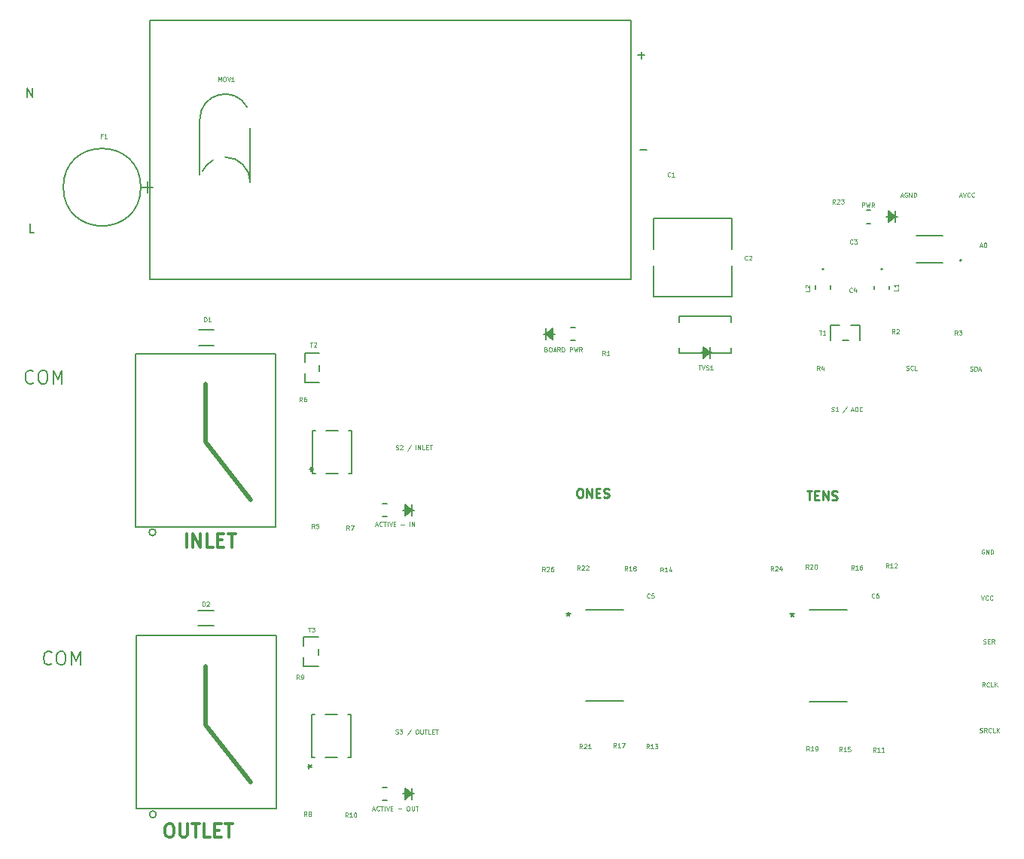
<source format=gbr>
%TF.GenerationSoftware,KiCad,Pcbnew,8.0.1-8.0.1-1~ubuntu22.04.1*%
%TF.CreationDate,2024-04-18T14:36:56-07:00*%
%TF.ProjectId,all_components,616c6c5f-636f-46d7-906f-6e656e74732e,rev?*%
%TF.SameCoordinates,Original*%
%TF.FileFunction,Legend,Top*%
%TF.FilePolarity,Positive*%
%FSLAX46Y46*%
G04 Gerber Fmt 4.6, Leading zero omitted, Abs format (unit mm)*
G04 Created by KiCad (PCBNEW 8.0.1-8.0.1-1~ubuntu22.04.1) date 2024-04-18 14:36:56*
%MOMM*%
%LPD*%
G01*
G04 APERTURE LIST*
%ADD10C,0.125000*%
%ADD11C,0.250000*%
%ADD12C,0.300000*%
%ADD13C,0.500000*%
%ADD14C,0.150000*%
%ADD15C,0.187500*%
%ADD16C,0.100000*%
%ADD17C,0.152400*%
%ADD18C,0.127000*%
%ADD19C,0.200000*%
G04 APERTURE END LIST*
D10*
X105087474Y-62188500D02*
X105158902Y-62212309D01*
X105158902Y-62212309D02*
X105277950Y-62212309D01*
X105277950Y-62212309D02*
X105325569Y-62188500D01*
X105325569Y-62188500D02*
X105349378Y-62164690D01*
X105349378Y-62164690D02*
X105373188Y-62117071D01*
X105373188Y-62117071D02*
X105373188Y-62069452D01*
X105373188Y-62069452D02*
X105349378Y-62021833D01*
X105349378Y-62021833D02*
X105325569Y-61998023D01*
X105325569Y-61998023D02*
X105277950Y-61974214D01*
X105277950Y-61974214D02*
X105182712Y-61950404D01*
X105182712Y-61950404D02*
X105135093Y-61926595D01*
X105135093Y-61926595D02*
X105111283Y-61902785D01*
X105111283Y-61902785D02*
X105087474Y-61855166D01*
X105087474Y-61855166D02*
X105087474Y-61807547D01*
X105087474Y-61807547D02*
X105111283Y-61759928D01*
X105111283Y-61759928D02*
X105135093Y-61736119D01*
X105135093Y-61736119D02*
X105182712Y-61712309D01*
X105182712Y-61712309D02*
X105301759Y-61712309D01*
X105301759Y-61712309D02*
X105373188Y-61736119D01*
X105849378Y-62212309D02*
X105563664Y-62212309D01*
X105706521Y-62212309D02*
X105706521Y-61712309D01*
X105706521Y-61712309D02*
X105658902Y-61783738D01*
X105658902Y-61783738D02*
X105611283Y-61831357D01*
X105611283Y-61831357D02*
X105563664Y-61855166D01*
X106801758Y-61688500D02*
X106373187Y-62331357D01*
X107325568Y-62069452D02*
X107563663Y-62069452D01*
X107277949Y-62212309D02*
X107444615Y-61712309D01*
X107444615Y-61712309D02*
X107611282Y-62212309D01*
X107777948Y-62212309D02*
X107777948Y-61712309D01*
X107777948Y-61712309D02*
X107896996Y-61712309D01*
X107896996Y-61712309D02*
X107968424Y-61736119D01*
X107968424Y-61736119D02*
X108016043Y-61783738D01*
X108016043Y-61783738D02*
X108039853Y-61831357D01*
X108039853Y-61831357D02*
X108063662Y-61926595D01*
X108063662Y-61926595D02*
X108063662Y-61998023D01*
X108063662Y-61998023D02*
X108039853Y-62093261D01*
X108039853Y-62093261D02*
X108016043Y-62140880D01*
X108016043Y-62140880D02*
X107968424Y-62188500D01*
X107968424Y-62188500D02*
X107896996Y-62212309D01*
X107896996Y-62212309D02*
X107777948Y-62212309D01*
X108563662Y-62164690D02*
X108539853Y-62188500D01*
X108539853Y-62188500D02*
X108468424Y-62212309D01*
X108468424Y-62212309D02*
X108420805Y-62212309D01*
X108420805Y-62212309D02*
X108349377Y-62188500D01*
X108349377Y-62188500D02*
X108301758Y-62140880D01*
X108301758Y-62140880D02*
X108277948Y-62093261D01*
X108277948Y-62093261D02*
X108254139Y-61998023D01*
X108254139Y-61998023D02*
X108254139Y-61926595D01*
X108254139Y-61926595D02*
X108277948Y-61831357D01*
X108277948Y-61831357D02*
X108301758Y-61783738D01*
X108301758Y-61783738D02*
X108349377Y-61736119D01*
X108349377Y-61736119D02*
X108420805Y-61712309D01*
X108420805Y-61712309D02*
X108468424Y-61712309D01*
X108468424Y-61712309D02*
X108539853Y-61736119D01*
X108539853Y-61736119D02*
X108563662Y-61759928D01*
X56087474Y-66488500D02*
X56158902Y-66512309D01*
X56158902Y-66512309D02*
X56277950Y-66512309D01*
X56277950Y-66512309D02*
X56325569Y-66488500D01*
X56325569Y-66488500D02*
X56349378Y-66464690D01*
X56349378Y-66464690D02*
X56373188Y-66417071D01*
X56373188Y-66417071D02*
X56373188Y-66369452D01*
X56373188Y-66369452D02*
X56349378Y-66321833D01*
X56349378Y-66321833D02*
X56325569Y-66298023D01*
X56325569Y-66298023D02*
X56277950Y-66274214D01*
X56277950Y-66274214D02*
X56182712Y-66250404D01*
X56182712Y-66250404D02*
X56135093Y-66226595D01*
X56135093Y-66226595D02*
X56111283Y-66202785D01*
X56111283Y-66202785D02*
X56087474Y-66155166D01*
X56087474Y-66155166D02*
X56087474Y-66107547D01*
X56087474Y-66107547D02*
X56111283Y-66059928D01*
X56111283Y-66059928D02*
X56135093Y-66036119D01*
X56135093Y-66036119D02*
X56182712Y-66012309D01*
X56182712Y-66012309D02*
X56301759Y-66012309D01*
X56301759Y-66012309D02*
X56373188Y-66036119D01*
X56563664Y-66059928D02*
X56587473Y-66036119D01*
X56587473Y-66036119D02*
X56635092Y-66012309D01*
X56635092Y-66012309D02*
X56754140Y-66012309D01*
X56754140Y-66012309D02*
X56801759Y-66036119D01*
X56801759Y-66036119D02*
X56825568Y-66059928D01*
X56825568Y-66059928D02*
X56849378Y-66107547D01*
X56849378Y-66107547D02*
X56849378Y-66155166D01*
X56849378Y-66155166D02*
X56825568Y-66226595D01*
X56825568Y-66226595D02*
X56539854Y-66512309D01*
X56539854Y-66512309D02*
X56849378Y-66512309D01*
X57801758Y-65988500D02*
X57373187Y-66631357D01*
X58349377Y-66512309D02*
X58349377Y-66012309D01*
X58587472Y-66512309D02*
X58587472Y-66012309D01*
X58587472Y-66012309D02*
X58873186Y-66512309D01*
X58873186Y-66512309D02*
X58873186Y-66012309D01*
X59349377Y-66512309D02*
X59111282Y-66512309D01*
X59111282Y-66512309D02*
X59111282Y-66012309D01*
X59516044Y-66250404D02*
X59682711Y-66250404D01*
X59754139Y-66512309D02*
X59516044Y-66512309D01*
X59516044Y-66512309D02*
X59516044Y-66012309D01*
X59516044Y-66012309D02*
X59754139Y-66012309D01*
X59896997Y-66012309D02*
X60182711Y-66012309D01*
X60039854Y-66512309D02*
X60039854Y-66012309D01*
X56077474Y-98448500D02*
X56148902Y-98472309D01*
X56148902Y-98472309D02*
X56267950Y-98472309D01*
X56267950Y-98472309D02*
X56315569Y-98448500D01*
X56315569Y-98448500D02*
X56339378Y-98424690D01*
X56339378Y-98424690D02*
X56363188Y-98377071D01*
X56363188Y-98377071D02*
X56363188Y-98329452D01*
X56363188Y-98329452D02*
X56339378Y-98281833D01*
X56339378Y-98281833D02*
X56315569Y-98258023D01*
X56315569Y-98258023D02*
X56267950Y-98234214D01*
X56267950Y-98234214D02*
X56172712Y-98210404D01*
X56172712Y-98210404D02*
X56125093Y-98186595D01*
X56125093Y-98186595D02*
X56101283Y-98162785D01*
X56101283Y-98162785D02*
X56077474Y-98115166D01*
X56077474Y-98115166D02*
X56077474Y-98067547D01*
X56077474Y-98067547D02*
X56101283Y-98019928D01*
X56101283Y-98019928D02*
X56125093Y-97996119D01*
X56125093Y-97996119D02*
X56172712Y-97972309D01*
X56172712Y-97972309D02*
X56291759Y-97972309D01*
X56291759Y-97972309D02*
X56363188Y-97996119D01*
X56529854Y-97972309D02*
X56839378Y-97972309D01*
X56839378Y-97972309D02*
X56672711Y-98162785D01*
X56672711Y-98162785D02*
X56744140Y-98162785D01*
X56744140Y-98162785D02*
X56791759Y-98186595D01*
X56791759Y-98186595D02*
X56815568Y-98210404D01*
X56815568Y-98210404D02*
X56839378Y-98258023D01*
X56839378Y-98258023D02*
X56839378Y-98377071D01*
X56839378Y-98377071D02*
X56815568Y-98424690D01*
X56815568Y-98424690D02*
X56791759Y-98448500D01*
X56791759Y-98448500D02*
X56744140Y-98472309D01*
X56744140Y-98472309D02*
X56601283Y-98472309D01*
X56601283Y-98472309D02*
X56553664Y-98448500D01*
X56553664Y-98448500D02*
X56529854Y-98424690D01*
X57791758Y-97948500D02*
X57363187Y-98591357D01*
X58434615Y-97972309D02*
X58529853Y-97972309D01*
X58529853Y-97972309D02*
X58577472Y-97996119D01*
X58577472Y-97996119D02*
X58625091Y-98043738D01*
X58625091Y-98043738D02*
X58648901Y-98138976D01*
X58648901Y-98138976D02*
X58648901Y-98305642D01*
X58648901Y-98305642D02*
X58625091Y-98400880D01*
X58625091Y-98400880D02*
X58577472Y-98448500D01*
X58577472Y-98448500D02*
X58529853Y-98472309D01*
X58529853Y-98472309D02*
X58434615Y-98472309D01*
X58434615Y-98472309D02*
X58386996Y-98448500D01*
X58386996Y-98448500D02*
X58339377Y-98400880D01*
X58339377Y-98400880D02*
X58315568Y-98305642D01*
X58315568Y-98305642D02*
X58315568Y-98138976D01*
X58315568Y-98138976D02*
X58339377Y-98043738D01*
X58339377Y-98043738D02*
X58386996Y-97996119D01*
X58386996Y-97996119D02*
X58434615Y-97972309D01*
X58863187Y-97972309D02*
X58863187Y-98377071D01*
X58863187Y-98377071D02*
X58886997Y-98424690D01*
X58886997Y-98424690D02*
X58910806Y-98448500D01*
X58910806Y-98448500D02*
X58958425Y-98472309D01*
X58958425Y-98472309D02*
X59053663Y-98472309D01*
X59053663Y-98472309D02*
X59101282Y-98448500D01*
X59101282Y-98448500D02*
X59125092Y-98424690D01*
X59125092Y-98424690D02*
X59148901Y-98377071D01*
X59148901Y-98377071D02*
X59148901Y-97972309D01*
X59315569Y-97972309D02*
X59601283Y-97972309D01*
X59458426Y-98472309D02*
X59458426Y-97972309D01*
X60006044Y-98472309D02*
X59767949Y-98472309D01*
X59767949Y-98472309D02*
X59767949Y-97972309D01*
X60172711Y-98210404D02*
X60339378Y-98210404D01*
X60410806Y-98472309D02*
X60172711Y-98472309D01*
X60172711Y-98472309D02*
X60172711Y-97972309D01*
X60172711Y-97972309D02*
X60410806Y-97972309D01*
X60553664Y-97972309D02*
X60839378Y-97972309D01*
X60696521Y-98472309D02*
X60696521Y-97972309D01*
D11*
X76713044Y-70894619D02*
X76903520Y-70894619D01*
X76903520Y-70894619D02*
X76998758Y-70942238D01*
X76998758Y-70942238D02*
X77093996Y-71037476D01*
X77093996Y-71037476D02*
X77141615Y-71227952D01*
X77141615Y-71227952D02*
X77141615Y-71561285D01*
X77141615Y-71561285D02*
X77093996Y-71751761D01*
X77093996Y-71751761D02*
X76998758Y-71847000D01*
X76998758Y-71847000D02*
X76903520Y-71894619D01*
X76903520Y-71894619D02*
X76713044Y-71894619D01*
X76713044Y-71894619D02*
X76617806Y-71847000D01*
X76617806Y-71847000D02*
X76522568Y-71751761D01*
X76522568Y-71751761D02*
X76474949Y-71561285D01*
X76474949Y-71561285D02*
X76474949Y-71227952D01*
X76474949Y-71227952D02*
X76522568Y-71037476D01*
X76522568Y-71037476D02*
X76617806Y-70942238D01*
X76617806Y-70942238D02*
X76713044Y-70894619D01*
X77570187Y-71894619D02*
X77570187Y-70894619D01*
X77570187Y-70894619D02*
X78141615Y-71894619D01*
X78141615Y-71894619D02*
X78141615Y-70894619D01*
X78617806Y-71370809D02*
X78951139Y-71370809D01*
X79093996Y-71894619D02*
X78617806Y-71894619D01*
X78617806Y-71894619D02*
X78617806Y-70894619D01*
X78617806Y-70894619D02*
X79093996Y-70894619D01*
X79474949Y-71847000D02*
X79617806Y-71894619D01*
X79617806Y-71894619D02*
X79855901Y-71894619D01*
X79855901Y-71894619D02*
X79951139Y-71847000D01*
X79951139Y-71847000D02*
X79998758Y-71799380D01*
X79998758Y-71799380D02*
X80046377Y-71704142D01*
X80046377Y-71704142D02*
X80046377Y-71608904D01*
X80046377Y-71608904D02*
X79998758Y-71513666D01*
X79998758Y-71513666D02*
X79951139Y-71466047D01*
X79951139Y-71466047D02*
X79855901Y-71418428D01*
X79855901Y-71418428D02*
X79665425Y-71370809D01*
X79665425Y-71370809D02*
X79570187Y-71323190D01*
X79570187Y-71323190D02*
X79522568Y-71275571D01*
X79522568Y-71275571D02*
X79474949Y-71180333D01*
X79474949Y-71180333D02*
X79474949Y-71085095D01*
X79474949Y-71085095D02*
X79522568Y-70989857D01*
X79522568Y-70989857D02*
X79570187Y-70942238D01*
X79570187Y-70942238D02*
X79665425Y-70894619D01*
X79665425Y-70894619D02*
X79903520Y-70894619D01*
X79903520Y-70894619D02*
X80046377Y-70942238D01*
X102319711Y-71174619D02*
X102891139Y-71174619D01*
X102605425Y-72174619D02*
X102605425Y-71174619D01*
X103224473Y-71650809D02*
X103557806Y-71650809D01*
X103700663Y-72174619D02*
X103224473Y-72174619D01*
X103224473Y-72174619D02*
X103224473Y-71174619D01*
X103224473Y-71174619D02*
X103700663Y-71174619D01*
X104129235Y-72174619D02*
X104129235Y-71174619D01*
X104129235Y-71174619D02*
X104700663Y-72174619D01*
X104700663Y-72174619D02*
X104700663Y-71174619D01*
X105129235Y-72127000D02*
X105272092Y-72174619D01*
X105272092Y-72174619D02*
X105510187Y-72174619D01*
X105510187Y-72174619D02*
X105605425Y-72127000D01*
X105605425Y-72127000D02*
X105653044Y-72079380D01*
X105653044Y-72079380D02*
X105700663Y-71984142D01*
X105700663Y-71984142D02*
X105700663Y-71888904D01*
X105700663Y-71888904D02*
X105653044Y-71793666D01*
X105653044Y-71793666D02*
X105605425Y-71746047D01*
X105605425Y-71746047D02*
X105510187Y-71698428D01*
X105510187Y-71698428D02*
X105319711Y-71650809D01*
X105319711Y-71650809D02*
X105224473Y-71603190D01*
X105224473Y-71603190D02*
X105176854Y-71555571D01*
X105176854Y-71555571D02*
X105129235Y-71460333D01*
X105129235Y-71460333D02*
X105129235Y-71365095D01*
X105129235Y-71365095D02*
X105176854Y-71269857D01*
X105176854Y-71269857D02*
X105224473Y-71222238D01*
X105224473Y-71222238D02*
X105319711Y-71174619D01*
X105319711Y-71174619D02*
X105557806Y-71174619D01*
X105557806Y-71174619D02*
X105700663Y-71222238D01*
D12*
X32564510Y-77470828D02*
X32564510Y-75970828D01*
X33278796Y-77470828D02*
X33278796Y-75970828D01*
X33278796Y-75970828D02*
X34135939Y-77470828D01*
X34135939Y-77470828D02*
X34135939Y-75970828D01*
X35564511Y-77470828D02*
X34850225Y-77470828D01*
X34850225Y-77470828D02*
X34850225Y-75970828D01*
X36064511Y-76685114D02*
X36564511Y-76685114D01*
X36778797Y-77470828D02*
X36064511Y-77470828D01*
X36064511Y-77470828D02*
X36064511Y-75970828D01*
X36064511Y-75970828D02*
X36778797Y-75970828D01*
X37207369Y-75970828D02*
X38064512Y-75970828D01*
X37635940Y-77470828D02*
X37635940Y-75970828D01*
X30530225Y-108600828D02*
X30815939Y-108600828D01*
X30815939Y-108600828D02*
X30958796Y-108672257D01*
X30958796Y-108672257D02*
X31101653Y-108815114D01*
X31101653Y-108815114D02*
X31173082Y-109100828D01*
X31173082Y-109100828D02*
X31173082Y-109600828D01*
X31173082Y-109600828D02*
X31101653Y-109886542D01*
X31101653Y-109886542D02*
X30958796Y-110029400D01*
X30958796Y-110029400D02*
X30815939Y-110100828D01*
X30815939Y-110100828D02*
X30530225Y-110100828D01*
X30530225Y-110100828D02*
X30387368Y-110029400D01*
X30387368Y-110029400D02*
X30244510Y-109886542D01*
X30244510Y-109886542D02*
X30173082Y-109600828D01*
X30173082Y-109600828D02*
X30173082Y-109100828D01*
X30173082Y-109100828D02*
X30244510Y-108815114D01*
X30244510Y-108815114D02*
X30387368Y-108672257D01*
X30387368Y-108672257D02*
X30530225Y-108600828D01*
X31815939Y-108600828D02*
X31815939Y-109815114D01*
X31815939Y-109815114D02*
X31887368Y-109957971D01*
X31887368Y-109957971D02*
X31958797Y-110029400D01*
X31958797Y-110029400D02*
X32101654Y-110100828D01*
X32101654Y-110100828D02*
X32387368Y-110100828D01*
X32387368Y-110100828D02*
X32530225Y-110029400D01*
X32530225Y-110029400D02*
X32601654Y-109957971D01*
X32601654Y-109957971D02*
X32673082Y-109815114D01*
X32673082Y-109815114D02*
X32673082Y-108600828D01*
X33173083Y-108600828D02*
X34030226Y-108600828D01*
X33601654Y-110100828D02*
X33601654Y-108600828D01*
X35244511Y-110100828D02*
X34530225Y-110100828D01*
X34530225Y-110100828D02*
X34530225Y-108600828D01*
X35744511Y-109315114D02*
X36244511Y-109315114D01*
X36458797Y-110100828D02*
X35744511Y-110100828D01*
X35744511Y-110100828D02*
X35744511Y-108600828D01*
X35744511Y-108600828D02*
X36458797Y-108600828D01*
X36887369Y-108600828D02*
X37744512Y-108600828D01*
X37315940Y-110100828D02*
X37315940Y-108600828D01*
D10*
X72997950Y-55250404D02*
X73069378Y-55274214D01*
X73069378Y-55274214D02*
X73093188Y-55298023D01*
X73093188Y-55298023D02*
X73116997Y-55345642D01*
X73116997Y-55345642D02*
X73116997Y-55417071D01*
X73116997Y-55417071D02*
X73093188Y-55464690D01*
X73093188Y-55464690D02*
X73069378Y-55488500D01*
X73069378Y-55488500D02*
X73021759Y-55512309D01*
X73021759Y-55512309D02*
X72831283Y-55512309D01*
X72831283Y-55512309D02*
X72831283Y-55012309D01*
X72831283Y-55012309D02*
X72997950Y-55012309D01*
X72997950Y-55012309D02*
X73045569Y-55036119D01*
X73045569Y-55036119D02*
X73069378Y-55059928D01*
X73069378Y-55059928D02*
X73093188Y-55107547D01*
X73093188Y-55107547D02*
X73093188Y-55155166D01*
X73093188Y-55155166D02*
X73069378Y-55202785D01*
X73069378Y-55202785D02*
X73045569Y-55226595D01*
X73045569Y-55226595D02*
X72997950Y-55250404D01*
X72997950Y-55250404D02*
X72831283Y-55250404D01*
X73426521Y-55012309D02*
X73521759Y-55012309D01*
X73521759Y-55012309D02*
X73569378Y-55036119D01*
X73569378Y-55036119D02*
X73616997Y-55083738D01*
X73616997Y-55083738D02*
X73640807Y-55178976D01*
X73640807Y-55178976D02*
X73640807Y-55345642D01*
X73640807Y-55345642D02*
X73616997Y-55440880D01*
X73616997Y-55440880D02*
X73569378Y-55488500D01*
X73569378Y-55488500D02*
X73521759Y-55512309D01*
X73521759Y-55512309D02*
X73426521Y-55512309D01*
X73426521Y-55512309D02*
X73378902Y-55488500D01*
X73378902Y-55488500D02*
X73331283Y-55440880D01*
X73331283Y-55440880D02*
X73307474Y-55345642D01*
X73307474Y-55345642D02*
X73307474Y-55178976D01*
X73307474Y-55178976D02*
X73331283Y-55083738D01*
X73331283Y-55083738D02*
X73378902Y-55036119D01*
X73378902Y-55036119D02*
X73426521Y-55012309D01*
X73831284Y-55369452D02*
X74069379Y-55369452D01*
X73783665Y-55512309D02*
X73950331Y-55012309D01*
X73950331Y-55012309D02*
X74116998Y-55512309D01*
X74569378Y-55512309D02*
X74402712Y-55274214D01*
X74283664Y-55512309D02*
X74283664Y-55012309D01*
X74283664Y-55012309D02*
X74474140Y-55012309D01*
X74474140Y-55012309D02*
X74521759Y-55036119D01*
X74521759Y-55036119D02*
X74545569Y-55059928D01*
X74545569Y-55059928D02*
X74569378Y-55107547D01*
X74569378Y-55107547D02*
X74569378Y-55178976D01*
X74569378Y-55178976D02*
X74545569Y-55226595D01*
X74545569Y-55226595D02*
X74521759Y-55250404D01*
X74521759Y-55250404D02*
X74474140Y-55274214D01*
X74474140Y-55274214D02*
X74283664Y-55274214D01*
X74783664Y-55512309D02*
X74783664Y-55012309D01*
X74783664Y-55012309D02*
X74902712Y-55012309D01*
X74902712Y-55012309D02*
X74974140Y-55036119D01*
X74974140Y-55036119D02*
X75021759Y-55083738D01*
X75021759Y-55083738D02*
X75045569Y-55131357D01*
X75045569Y-55131357D02*
X75069378Y-55226595D01*
X75069378Y-55226595D02*
X75069378Y-55298023D01*
X75069378Y-55298023D02*
X75045569Y-55393261D01*
X75045569Y-55393261D02*
X75021759Y-55440880D01*
X75021759Y-55440880D02*
X74974140Y-55488500D01*
X74974140Y-55488500D02*
X74902712Y-55512309D01*
X74902712Y-55512309D02*
X74783664Y-55512309D01*
X75664616Y-55512309D02*
X75664616Y-55012309D01*
X75664616Y-55012309D02*
X75855092Y-55012309D01*
X75855092Y-55012309D02*
X75902711Y-55036119D01*
X75902711Y-55036119D02*
X75926521Y-55059928D01*
X75926521Y-55059928D02*
X75950330Y-55107547D01*
X75950330Y-55107547D02*
X75950330Y-55178976D01*
X75950330Y-55178976D02*
X75926521Y-55226595D01*
X75926521Y-55226595D02*
X75902711Y-55250404D01*
X75902711Y-55250404D02*
X75855092Y-55274214D01*
X75855092Y-55274214D02*
X75664616Y-55274214D01*
X76116997Y-55012309D02*
X76236045Y-55512309D01*
X76236045Y-55512309D02*
X76331283Y-55155166D01*
X76331283Y-55155166D02*
X76426521Y-55512309D01*
X76426521Y-55512309D02*
X76545569Y-55012309D01*
X77021759Y-55512309D02*
X76855093Y-55274214D01*
X76736045Y-55512309D02*
X76736045Y-55012309D01*
X76736045Y-55012309D02*
X76926521Y-55012309D01*
X76926521Y-55012309D02*
X76974140Y-55036119D01*
X76974140Y-55036119D02*
X76997950Y-55059928D01*
X76997950Y-55059928D02*
X77021759Y-55107547D01*
X77021759Y-55107547D02*
X77021759Y-55178976D01*
X77021759Y-55178976D02*
X76997950Y-55226595D01*
X76997950Y-55226595D02*
X76974140Y-55250404D01*
X76974140Y-55250404D02*
X76926521Y-55274214D01*
X76926521Y-55274214D02*
X76736045Y-55274214D01*
X53507474Y-106959452D02*
X53745569Y-106959452D01*
X53459855Y-107102309D02*
X53626521Y-106602309D01*
X53626521Y-106602309D02*
X53793188Y-107102309D01*
X54245568Y-107054690D02*
X54221759Y-107078500D01*
X54221759Y-107078500D02*
X54150330Y-107102309D01*
X54150330Y-107102309D02*
X54102711Y-107102309D01*
X54102711Y-107102309D02*
X54031283Y-107078500D01*
X54031283Y-107078500D02*
X53983664Y-107030880D01*
X53983664Y-107030880D02*
X53959854Y-106983261D01*
X53959854Y-106983261D02*
X53936045Y-106888023D01*
X53936045Y-106888023D02*
X53936045Y-106816595D01*
X53936045Y-106816595D02*
X53959854Y-106721357D01*
X53959854Y-106721357D02*
X53983664Y-106673738D01*
X53983664Y-106673738D02*
X54031283Y-106626119D01*
X54031283Y-106626119D02*
X54102711Y-106602309D01*
X54102711Y-106602309D02*
X54150330Y-106602309D01*
X54150330Y-106602309D02*
X54221759Y-106626119D01*
X54221759Y-106626119D02*
X54245568Y-106649928D01*
X54388426Y-106602309D02*
X54674140Y-106602309D01*
X54531283Y-107102309D02*
X54531283Y-106602309D01*
X54840806Y-107102309D02*
X54840806Y-106602309D01*
X55007473Y-106602309D02*
X55174139Y-107102309D01*
X55174139Y-107102309D02*
X55340806Y-106602309D01*
X55507472Y-106840404D02*
X55674139Y-106840404D01*
X55745567Y-107102309D02*
X55507472Y-107102309D01*
X55507472Y-107102309D02*
X55507472Y-106602309D01*
X55507472Y-106602309D02*
X55745567Y-106602309D01*
X56340805Y-106911833D02*
X56721758Y-106911833D01*
X57436043Y-106602309D02*
X57531281Y-106602309D01*
X57531281Y-106602309D02*
X57578900Y-106626119D01*
X57578900Y-106626119D02*
X57626519Y-106673738D01*
X57626519Y-106673738D02*
X57650329Y-106768976D01*
X57650329Y-106768976D02*
X57650329Y-106935642D01*
X57650329Y-106935642D02*
X57626519Y-107030880D01*
X57626519Y-107030880D02*
X57578900Y-107078500D01*
X57578900Y-107078500D02*
X57531281Y-107102309D01*
X57531281Y-107102309D02*
X57436043Y-107102309D01*
X57436043Y-107102309D02*
X57388424Y-107078500D01*
X57388424Y-107078500D02*
X57340805Y-107030880D01*
X57340805Y-107030880D02*
X57316996Y-106935642D01*
X57316996Y-106935642D02*
X57316996Y-106768976D01*
X57316996Y-106768976D02*
X57340805Y-106673738D01*
X57340805Y-106673738D02*
X57388424Y-106626119D01*
X57388424Y-106626119D02*
X57436043Y-106602309D01*
X57864615Y-106602309D02*
X57864615Y-107007071D01*
X57864615Y-107007071D02*
X57888425Y-107054690D01*
X57888425Y-107054690D02*
X57912234Y-107078500D01*
X57912234Y-107078500D02*
X57959853Y-107102309D01*
X57959853Y-107102309D02*
X58055091Y-107102309D01*
X58055091Y-107102309D02*
X58102710Y-107078500D01*
X58102710Y-107078500D02*
X58126520Y-107054690D01*
X58126520Y-107054690D02*
X58150329Y-107007071D01*
X58150329Y-107007071D02*
X58150329Y-106602309D01*
X58316997Y-106602309D02*
X58602711Y-106602309D01*
X58459854Y-107102309D02*
X58459854Y-106602309D01*
X53837474Y-74969452D02*
X54075569Y-74969452D01*
X53789855Y-75112309D02*
X53956521Y-74612309D01*
X53956521Y-74612309D02*
X54123188Y-75112309D01*
X54575568Y-75064690D02*
X54551759Y-75088500D01*
X54551759Y-75088500D02*
X54480330Y-75112309D01*
X54480330Y-75112309D02*
X54432711Y-75112309D01*
X54432711Y-75112309D02*
X54361283Y-75088500D01*
X54361283Y-75088500D02*
X54313664Y-75040880D01*
X54313664Y-75040880D02*
X54289854Y-74993261D01*
X54289854Y-74993261D02*
X54266045Y-74898023D01*
X54266045Y-74898023D02*
X54266045Y-74826595D01*
X54266045Y-74826595D02*
X54289854Y-74731357D01*
X54289854Y-74731357D02*
X54313664Y-74683738D01*
X54313664Y-74683738D02*
X54361283Y-74636119D01*
X54361283Y-74636119D02*
X54432711Y-74612309D01*
X54432711Y-74612309D02*
X54480330Y-74612309D01*
X54480330Y-74612309D02*
X54551759Y-74636119D01*
X54551759Y-74636119D02*
X54575568Y-74659928D01*
X54718426Y-74612309D02*
X55004140Y-74612309D01*
X54861283Y-75112309D02*
X54861283Y-74612309D01*
X55170806Y-75112309D02*
X55170806Y-74612309D01*
X55337473Y-74612309D02*
X55504139Y-75112309D01*
X55504139Y-75112309D02*
X55670806Y-74612309D01*
X55837472Y-74850404D02*
X56004139Y-74850404D01*
X56075567Y-75112309D02*
X55837472Y-75112309D01*
X55837472Y-75112309D02*
X55837472Y-74612309D01*
X55837472Y-74612309D02*
X56075567Y-74612309D01*
X56670805Y-74921833D02*
X57051758Y-74921833D01*
X57670805Y-75112309D02*
X57670805Y-74612309D01*
X57908900Y-75112309D02*
X57908900Y-74612309D01*
X57908900Y-74612309D02*
X58194614Y-75112309D01*
X58194614Y-75112309D02*
X58194614Y-74612309D01*
D13*
X39775898Y-72170705D02*
X34695898Y-65668305D01*
X34695898Y-65668305D02*
X34695898Y-59115105D01*
X39812849Y-103958456D02*
X34732849Y-97456056D01*
X34732849Y-97456056D02*
X34732849Y-90902856D01*
D10*
X112867474Y-37959452D02*
X113105569Y-37959452D01*
X112819855Y-38102309D02*
X112986521Y-37602309D01*
X112986521Y-37602309D02*
X113153188Y-38102309D01*
X113581759Y-37626119D02*
X113534140Y-37602309D01*
X113534140Y-37602309D02*
X113462711Y-37602309D01*
X113462711Y-37602309D02*
X113391283Y-37626119D01*
X113391283Y-37626119D02*
X113343664Y-37673738D01*
X113343664Y-37673738D02*
X113319854Y-37721357D01*
X113319854Y-37721357D02*
X113296045Y-37816595D01*
X113296045Y-37816595D02*
X113296045Y-37888023D01*
X113296045Y-37888023D02*
X113319854Y-37983261D01*
X113319854Y-37983261D02*
X113343664Y-38030880D01*
X113343664Y-38030880D02*
X113391283Y-38078500D01*
X113391283Y-38078500D02*
X113462711Y-38102309D01*
X113462711Y-38102309D02*
X113510330Y-38102309D01*
X113510330Y-38102309D02*
X113581759Y-38078500D01*
X113581759Y-38078500D02*
X113605568Y-38054690D01*
X113605568Y-38054690D02*
X113605568Y-37888023D01*
X113605568Y-37888023D02*
X113510330Y-37888023D01*
X113819854Y-38102309D02*
X113819854Y-37602309D01*
X113819854Y-37602309D02*
X114105568Y-38102309D01*
X114105568Y-38102309D02*
X114105568Y-37602309D01*
X114343664Y-38102309D02*
X114343664Y-37602309D01*
X114343664Y-37602309D02*
X114462712Y-37602309D01*
X114462712Y-37602309D02*
X114534140Y-37626119D01*
X114534140Y-37626119D02*
X114581759Y-37673738D01*
X114581759Y-37673738D02*
X114605569Y-37721357D01*
X114605569Y-37721357D02*
X114629378Y-37816595D01*
X114629378Y-37816595D02*
X114629378Y-37888023D01*
X114629378Y-37888023D02*
X114605569Y-37983261D01*
X114605569Y-37983261D02*
X114581759Y-38030880D01*
X114581759Y-38030880D02*
X114534140Y-38078500D01*
X114534140Y-38078500D02*
X114462712Y-38102309D01*
X114462712Y-38102309D02*
X114343664Y-38102309D01*
X122336997Y-93182309D02*
X122170331Y-92944214D01*
X122051283Y-93182309D02*
X122051283Y-92682309D01*
X122051283Y-92682309D02*
X122241759Y-92682309D01*
X122241759Y-92682309D02*
X122289378Y-92706119D01*
X122289378Y-92706119D02*
X122313188Y-92729928D01*
X122313188Y-92729928D02*
X122336997Y-92777547D01*
X122336997Y-92777547D02*
X122336997Y-92848976D01*
X122336997Y-92848976D02*
X122313188Y-92896595D01*
X122313188Y-92896595D02*
X122289378Y-92920404D01*
X122289378Y-92920404D02*
X122241759Y-92944214D01*
X122241759Y-92944214D02*
X122051283Y-92944214D01*
X122836997Y-93134690D02*
X122813188Y-93158500D01*
X122813188Y-93158500D02*
X122741759Y-93182309D01*
X122741759Y-93182309D02*
X122694140Y-93182309D01*
X122694140Y-93182309D02*
X122622712Y-93158500D01*
X122622712Y-93158500D02*
X122575093Y-93110880D01*
X122575093Y-93110880D02*
X122551283Y-93063261D01*
X122551283Y-93063261D02*
X122527474Y-92968023D01*
X122527474Y-92968023D02*
X122527474Y-92896595D01*
X122527474Y-92896595D02*
X122551283Y-92801357D01*
X122551283Y-92801357D02*
X122575093Y-92753738D01*
X122575093Y-92753738D02*
X122622712Y-92706119D01*
X122622712Y-92706119D02*
X122694140Y-92682309D01*
X122694140Y-92682309D02*
X122741759Y-92682309D01*
X122741759Y-92682309D02*
X122813188Y-92706119D01*
X122813188Y-92706119D02*
X122836997Y-92729928D01*
X123289378Y-93182309D02*
X123051283Y-93182309D01*
X123051283Y-93182309D02*
X123051283Y-92682309D01*
X123456045Y-93182309D02*
X123456045Y-92682309D01*
X123741759Y-93182309D02*
X123527474Y-92896595D01*
X123741759Y-92682309D02*
X123456045Y-92968023D01*
D14*
X14646779Y-26869819D02*
X14646779Y-25869819D01*
X14646779Y-25869819D02*
X15218207Y-26869819D01*
X15218207Y-26869819D02*
X15218207Y-25869819D01*
D10*
X113497474Y-57558500D02*
X113568902Y-57582309D01*
X113568902Y-57582309D02*
X113687950Y-57582309D01*
X113687950Y-57582309D02*
X113735569Y-57558500D01*
X113735569Y-57558500D02*
X113759378Y-57534690D01*
X113759378Y-57534690D02*
X113783188Y-57487071D01*
X113783188Y-57487071D02*
X113783188Y-57439452D01*
X113783188Y-57439452D02*
X113759378Y-57391833D01*
X113759378Y-57391833D02*
X113735569Y-57368023D01*
X113735569Y-57368023D02*
X113687950Y-57344214D01*
X113687950Y-57344214D02*
X113592712Y-57320404D01*
X113592712Y-57320404D02*
X113545093Y-57296595D01*
X113545093Y-57296595D02*
X113521283Y-57272785D01*
X113521283Y-57272785D02*
X113497474Y-57225166D01*
X113497474Y-57225166D02*
X113497474Y-57177547D01*
X113497474Y-57177547D02*
X113521283Y-57129928D01*
X113521283Y-57129928D02*
X113545093Y-57106119D01*
X113545093Y-57106119D02*
X113592712Y-57082309D01*
X113592712Y-57082309D02*
X113711759Y-57082309D01*
X113711759Y-57082309D02*
X113783188Y-57106119D01*
X114283187Y-57534690D02*
X114259378Y-57558500D01*
X114259378Y-57558500D02*
X114187949Y-57582309D01*
X114187949Y-57582309D02*
X114140330Y-57582309D01*
X114140330Y-57582309D02*
X114068902Y-57558500D01*
X114068902Y-57558500D02*
X114021283Y-57510880D01*
X114021283Y-57510880D02*
X113997473Y-57463261D01*
X113997473Y-57463261D02*
X113973664Y-57368023D01*
X113973664Y-57368023D02*
X113973664Y-57296595D01*
X113973664Y-57296595D02*
X113997473Y-57201357D01*
X113997473Y-57201357D02*
X114021283Y-57153738D01*
X114021283Y-57153738D02*
X114068902Y-57106119D01*
X114068902Y-57106119D02*
X114140330Y-57082309D01*
X114140330Y-57082309D02*
X114187949Y-57082309D01*
X114187949Y-57082309D02*
X114259378Y-57106119D01*
X114259378Y-57106119D02*
X114283187Y-57129928D01*
X114735568Y-57582309D02*
X114497473Y-57582309D01*
X114497473Y-57582309D02*
X114497473Y-57082309D01*
D15*
X17407640Y-90573821D02*
X17336212Y-90645250D01*
X17336212Y-90645250D02*
X17121926Y-90716678D01*
X17121926Y-90716678D02*
X16979069Y-90716678D01*
X16979069Y-90716678D02*
X16764783Y-90645250D01*
X16764783Y-90645250D02*
X16621926Y-90502392D01*
X16621926Y-90502392D02*
X16550497Y-90359535D01*
X16550497Y-90359535D02*
X16479069Y-90073821D01*
X16479069Y-90073821D02*
X16479069Y-89859535D01*
X16479069Y-89859535D02*
X16550497Y-89573821D01*
X16550497Y-89573821D02*
X16621926Y-89430964D01*
X16621926Y-89430964D02*
X16764783Y-89288107D01*
X16764783Y-89288107D02*
X16979069Y-89216678D01*
X16979069Y-89216678D02*
X17121926Y-89216678D01*
X17121926Y-89216678D02*
X17336212Y-89288107D01*
X17336212Y-89288107D02*
X17407640Y-89359535D01*
X18336212Y-89216678D02*
X18621926Y-89216678D01*
X18621926Y-89216678D02*
X18764783Y-89288107D01*
X18764783Y-89288107D02*
X18907640Y-89430964D01*
X18907640Y-89430964D02*
X18979069Y-89716678D01*
X18979069Y-89716678D02*
X18979069Y-90216678D01*
X18979069Y-90216678D02*
X18907640Y-90502392D01*
X18907640Y-90502392D02*
X18764783Y-90645250D01*
X18764783Y-90645250D02*
X18621926Y-90716678D01*
X18621926Y-90716678D02*
X18336212Y-90716678D01*
X18336212Y-90716678D02*
X18193355Y-90645250D01*
X18193355Y-90645250D02*
X18050497Y-90502392D01*
X18050497Y-90502392D02*
X17979069Y-90216678D01*
X17979069Y-90216678D02*
X17979069Y-89716678D01*
X17979069Y-89716678D02*
X18050497Y-89430964D01*
X18050497Y-89430964D02*
X18193355Y-89288107D01*
X18193355Y-89288107D02*
X18336212Y-89216678D01*
X19621926Y-90716678D02*
X19621926Y-89216678D01*
X19621926Y-89216678D02*
X20121926Y-90288107D01*
X20121926Y-90288107D02*
X20621926Y-89216678D01*
X20621926Y-89216678D02*
X20621926Y-90716678D01*
D10*
X121929855Y-82932309D02*
X122096521Y-83432309D01*
X122096521Y-83432309D02*
X122263188Y-82932309D01*
X122715568Y-83384690D02*
X122691759Y-83408500D01*
X122691759Y-83408500D02*
X122620330Y-83432309D01*
X122620330Y-83432309D02*
X122572711Y-83432309D01*
X122572711Y-83432309D02*
X122501283Y-83408500D01*
X122501283Y-83408500D02*
X122453664Y-83360880D01*
X122453664Y-83360880D02*
X122429854Y-83313261D01*
X122429854Y-83313261D02*
X122406045Y-83218023D01*
X122406045Y-83218023D02*
X122406045Y-83146595D01*
X122406045Y-83146595D02*
X122429854Y-83051357D01*
X122429854Y-83051357D02*
X122453664Y-83003738D01*
X122453664Y-83003738D02*
X122501283Y-82956119D01*
X122501283Y-82956119D02*
X122572711Y-82932309D01*
X122572711Y-82932309D02*
X122620330Y-82932309D01*
X122620330Y-82932309D02*
X122691759Y-82956119D01*
X122691759Y-82956119D02*
X122715568Y-82979928D01*
X123215568Y-83384690D02*
X123191759Y-83408500D01*
X123191759Y-83408500D02*
X123120330Y-83432309D01*
X123120330Y-83432309D02*
X123072711Y-83432309D01*
X123072711Y-83432309D02*
X123001283Y-83408500D01*
X123001283Y-83408500D02*
X122953664Y-83360880D01*
X122953664Y-83360880D02*
X122929854Y-83313261D01*
X122929854Y-83313261D02*
X122906045Y-83218023D01*
X122906045Y-83218023D02*
X122906045Y-83146595D01*
X122906045Y-83146595D02*
X122929854Y-83051357D01*
X122929854Y-83051357D02*
X122953664Y-83003738D01*
X122953664Y-83003738D02*
X123001283Y-82956119D01*
X123001283Y-82956119D02*
X123072711Y-82932309D01*
X123072711Y-82932309D02*
X123120330Y-82932309D01*
X123120330Y-82932309D02*
X123191759Y-82956119D01*
X123191759Y-82956119D02*
X123215568Y-82979928D01*
D14*
X15422969Y-42089819D02*
X14946779Y-42089819D01*
X14946779Y-42089819D02*
X14946779Y-41089819D01*
D10*
X119497474Y-37959452D02*
X119735569Y-37959452D01*
X119449855Y-38102309D02*
X119616521Y-37602309D01*
X119616521Y-37602309D02*
X119783188Y-38102309D01*
X119878426Y-37602309D02*
X120045092Y-38102309D01*
X120045092Y-38102309D02*
X120211759Y-37602309D01*
X120664139Y-38054690D02*
X120640330Y-38078500D01*
X120640330Y-38078500D02*
X120568901Y-38102309D01*
X120568901Y-38102309D02*
X120521282Y-38102309D01*
X120521282Y-38102309D02*
X120449854Y-38078500D01*
X120449854Y-38078500D02*
X120402235Y-38030880D01*
X120402235Y-38030880D02*
X120378425Y-37983261D01*
X120378425Y-37983261D02*
X120354616Y-37888023D01*
X120354616Y-37888023D02*
X120354616Y-37816595D01*
X120354616Y-37816595D02*
X120378425Y-37721357D01*
X120378425Y-37721357D02*
X120402235Y-37673738D01*
X120402235Y-37673738D02*
X120449854Y-37626119D01*
X120449854Y-37626119D02*
X120521282Y-37602309D01*
X120521282Y-37602309D02*
X120568901Y-37602309D01*
X120568901Y-37602309D02*
X120640330Y-37626119D01*
X120640330Y-37626119D02*
X120664139Y-37649928D01*
X121164139Y-38054690D02*
X121140330Y-38078500D01*
X121140330Y-38078500D02*
X121068901Y-38102309D01*
X121068901Y-38102309D02*
X121021282Y-38102309D01*
X121021282Y-38102309D02*
X120949854Y-38078500D01*
X120949854Y-38078500D02*
X120902235Y-38030880D01*
X120902235Y-38030880D02*
X120878425Y-37983261D01*
X120878425Y-37983261D02*
X120854616Y-37888023D01*
X120854616Y-37888023D02*
X120854616Y-37816595D01*
X120854616Y-37816595D02*
X120878425Y-37721357D01*
X120878425Y-37721357D02*
X120902235Y-37673738D01*
X120902235Y-37673738D02*
X120949854Y-37626119D01*
X120949854Y-37626119D02*
X121021282Y-37602309D01*
X121021282Y-37602309D02*
X121068901Y-37602309D01*
X121068901Y-37602309D02*
X121140330Y-37626119D01*
X121140330Y-37626119D02*
X121164139Y-37649928D01*
D14*
X83546779Y-32778866D02*
X84308684Y-32778866D01*
D10*
X122177474Y-88308500D02*
X122248902Y-88332309D01*
X122248902Y-88332309D02*
X122367950Y-88332309D01*
X122367950Y-88332309D02*
X122415569Y-88308500D01*
X122415569Y-88308500D02*
X122439378Y-88284690D01*
X122439378Y-88284690D02*
X122463188Y-88237071D01*
X122463188Y-88237071D02*
X122463188Y-88189452D01*
X122463188Y-88189452D02*
X122439378Y-88141833D01*
X122439378Y-88141833D02*
X122415569Y-88118023D01*
X122415569Y-88118023D02*
X122367950Y-88094214D01*
X122367950Y-88094214D02*
X122272712Y-88070404D01*
X122272712Y-88070404D02*
X122225093Y-88046595D01*
X122225093Y-88046595D02*
X122201283Y-88022785D01*
X122201283Y-88022785D02*
X122177474Y-87975166D01*
X122177474Y-87975166D02*
X122177474Y-87927547D01*
X122177474Y-87927547D02*
X122201283Y-87879928D01*
X122201283Y-87879928D02*
X122225093Y-87856119D01*
X122225093Y-87856119D02*
X122272712Y-87832309D01*
X122272712Y-87832309D02*
X122391759Y-87832309D01*
X122391759Y-87832309D02*
X122463188Y-87856119D01*
X122677473Y-88070404D02*
X122844140Y-88070404D01*
X122915568Y-88332309D02*
X122677473Y-88332309D01*
X122677473Y-88332309D02*
X122677473Y-87832309D01*
X122677473Y-87832309D02*
X122915568Y-87832309D01*
X123415568Y-88332309D02*
X123248902Y-88094214D01*
X123129854Y-88332309D02*
X123129854Y-87832309D01*
X123129854Y-87832309D02*
X123320330Y-87832309D01*
X123320330Y-87832309D02*
X123367949Y-87856119D01*
X123367949Y-87856119D02*
X123391759Y-87879928D01*
X123391759Y-87879928D02*
X123415568Y-87927547D01*
X123415568Y-87927547D02*
X123415568Y-87998976D01*
X123415568Y-87998976D02*
X123391759Y-88046595D01*
X123391759Y-88046595D02*
X123367949Y-88070404D01*
X123367949Y-88070404D02*
X123320330Y-88094214D01*
X123320330Y-88094214D02*
X123129854Y-88094214D01*
X122248640Y-77756119D02*
X122201021Y-77732309D01*
X122201021Y-77732309D02*
X122129592Y-77732309D01*
X122129592Y-77732309D02*
X122058164Y-77756119D01*
X122058164Y-77756119D02*
X122010545Y-77803738D01*
X122010545Y-77803738D02*
X121986735Y-77851357D01*
X121986735Y-77851357D02*
X121962926Y-77946595D01*
X121962926Y-77946595D02*
X121962926Y-78018023D01*
X121962926Y-78018023D02*
X121986735Y-78113261D01*
X121986735Y-78113261D02*
X122010545Y-78160880D01*
X122010545Y-78160880D02*
X122058164Y-78208500D01*
X122058164Y-78208500D02*
X122129592Y-78232309D01*
X122129592Y-78232309D02*
X122177211Y-78232309D01*
X122177211Y-78232309D02*
X122248640Y-78208500D01*
X122248640Y-78208500D02*
X122272449Y-78184690D01*
X122272449Y-78184690D02*
X122272449Y-78018023D01*
X122272449Y-78018023D02*
X122177211Y-78018023D01*
X122486735Y-78232309D02*
X122486735Y-77732309D01*
X122486735Y-77732309D02*
X122772449Y-78232309D01*
X122772449Y-78232309D02*
X122772449Y-77732309D01*
X123010545Y-78232309D02*
X123010545Y-77732309D01*
X123010545Y-77732309D02*
X123129593Y-77732309D01*
X123129593Y-77732309D02*
X123201021Y-77756119D01*
X123201021Y-77756119D02*
X123248640Y-77803738D01*
X123248640Y-77803738D02*
X123272450Y-77851357D01*
X123272450Y-77851357D02*
X123296259Y-77946595D01*
X123296259Y-77946595D02*
X123296259Y-78018023D01*
X123296259Y-78018023D02*
X123272450Y-78113261D01*
X123272450Y-78113261D02*
X123248640Y-78160880D01*
X123248640Y-78160880D02*
X123201021Y-78208500D01*
X123201021Y-78208500D02*
X123129593Y-78232309D01*
X123129593Y-78232309D02*
X123010545Y-78232309D01*
D14*
X83326779Y-22168866D02*
X84088684Y-22168866D01*
X83707731Y-22549819D02*
X83707731Y-21787914D01*
D10*
X121797474Y-43599452D02*
X122035569Y-43599452D01*
X121749855Y-43742309D02*
X121916521Y-43242309D01*
X121916521Y-43242309D02*
X122083188Y-43742309D01*
X122345092Y-43242309D02*
X122392711Y-43242309D01*
X122392711Y-43242309D02*
X122440330Y-43266119D01*
X122440330Y-43266119D02*
X122464140Y-43289928D01*
X122464140Y-43289928D02*
X122487949Y-43337547D01*
X122487949Y-43337547D02*
X122511759Y-43432785D01*
X122511759Y-43432785D02*
X122511759Y-43551833D01*
X122511759Y-43551833D02*
X122487949Y-43647071D01*
X122487949Y-43647071D02*
X122464140Y-43694690D01*
X122464140Y-43694690D02*
X122440330Y-43718500D01*
X122440330Y-43718500D02*
X122392711Y-43742309D01*
X122392711Y-43742309D02*
X122345092Y-43742309D01*
X122345092Y-43742309D02*
X122297473Y-43718500D01*
X122297473Y-43718500D02*
X122273664Y-43694690D01*
X122273664Y-43694690D02*
X122249854Y-43647071D01*
X122249854Y-43647071D02*
X122226045Y-43551833D01*
X122226045Y-43551833D02*
X122226045Y-43432785D01*
X122226045Y-43432785D02*
X122249854Y-43337547D01*
X122249854Y-43337547D02*
X122273664Y-43289928D01*
X122273664Y-43289928D02*
X122297473Y-43266119D01*
X122297473Y-43266119D02*
X122345092Y-43242309D01*
X121777474Y-98308500D02*
X121848902Y-98332309D01*
X121848902Y-98332309D02*
X121967950Y-98332309D01*
X121967950Y-98332309D02*
X122015569Y-98308500D01*
X122015569Y-98308500D02*
X122039378Y-98284690D01*
X122039378Y-98284690D02*
X122063188Y-98237071D01*
X122063188Y-98237071D02*
X122063188Y-98189452D01*
X122063188Y-98189452D02*
X122039378Y-98141833D01*
X122039378Y-98141833D02*
X122015569Y-98118023D01*
X122015569Y-98118023D02*
X121967950Y-98094214D01*
X121967950Y-98094214D02*
X121872712Y-98070404D01*
X121872712Y-98070404D02*
X121825093Y-98046595D01*
X121825093Y-98046595D02*
X121801283Y-98022785D01*
X121801283Y-98022785D02*
X121777474Y-97975166D01*
X121777474Y-97975166D02*
X121777474Y-97927547D01*
X121777474Y-97927547D02*
X121801283Y-97879928D01*
X121801283Y-97879928D02*
X121825093Y-97856119D01*
X121825093Y-97856119D02*
X121872712Y-97832309D01*
X121872712Y-97832309D02*
X121991759Y-97832309D01*
X121991759Y-97832309D02*
X122063188Y-97856119D01*
X122563187Y-98332309D02*
X122396521Y-98094214D01*
X122277473Y-98332309D02*
X122277473Y-97832309D01*
X122277473Y-97832309D02*
X122467949Y-97832309D01*
X122467949Y-97832309D02*
X122515568Y-97856119D01*
X122515568Y-97856119D02*
X122539378Y-97879928D01*
X122539378Y-97879928D02*
X122563187Y-97927547D01*
X122563187Y-97927547D02*
X122563187Y-97998976D01*
X122563187Y-97998976D02*
X122539378Y-98046595D01*
X122539378Y-98046595D02*
X122515568Y-98070404D01*
X122515568Y-98070404D02*
X122467949Y-98094214D01*
X122467949Y-98094214D02*
X122277473Y-98094214D01*
X123063187Y-98284690D02*
X123039378Y-98308500D01*
X123039378Y-98308500D02*
X122967949Y-98332309D01*
X122967949Y-98332309D02*
X122920330Y-98332309D01*
X122920330Y-98332309D02*
X122848902Y-98308500D01*
X122848902Y-98308500D02*
X122801283Y-98260880D01*
X122801283Y-98260880D02*
X122777473Y-98213261D01*
X122777473Y-98213261D02*
X122753664Y-98118023D01*
X122753664Y-98118023D02*
X122753664Y-98046595D01*
X122753664Y-98046595D02*
X122777473Y-97951357D01*
X122777473Y-97951357D02*
X122801283Y-97903738D01*
X122801283Y-97903738D02*
X122848902Y-97856119D01*
X122848902Y-97856119D02*
X122920330Y-97832309D01*
X122920330Y-97832309D02*
X122967949Y-97832309D01*
X122967949Y-97832309D02*
X123039378Y-97856119D01*
X123039378Y-97856119D02*
X123063187Y-97879928D01*
X123515568Y-98332309D02*
X123277473Y-98332309D01*
X123277473Y-98332309D02*
X123277473Y-97832309D01*
X123682235Y-98332309D02*
X123682235Y-97832309D01*
X123967949Y-98332309D02*
X123753664Y-98046595D01*
X123967949Y-97832309D02*
X123682235Y-98118023D01*
D15*
X15357640Y-58943821D02*
X15286212Y-59015250D01*
X15286212Y-59015250D02*
X15071926Y-59086678D01*
X15071926Y-59086678D02*
X14929069Y-59086678D01*
X14929069Y-59086678D02*
X14714783Y-59015250D01*
X14714783Y-59015250D02*
X14571926Y-58872392D01*
X14571926Y-58872392D02*
X14500497Y-58729535D01*
X14500497Y-58729535D02*
X14429069Y-58443821D01*
X14429069Y-58443821D02*
X14429069Y-58229535D01*
X14429069Y-58229535D02*
X14500497Y-57943821D01*
X14500497Y-57943821D02*
X14571926Y-57800964D01*
X14571926Y-57800964D02*
X14714783Y-57658107D01*
X14714783Y-57658107D02*
X14929069Y-57586678D01*
X14929069Y-57586678D02*
X15071926Y-57586678D01*
X15071926Y-57586678D02*
X15286212Y-57658107D01*
X15286212Y-57658107D02*
X15357640Y-57729535D01*
X16286212Y-57586678D02*
X16571926Y-57586678D01*
X16571926Y-57586678D02*
X16714783Y-57658107D01*
X16714783Y-57658107D02*
X16857640Y-57800964D01*
X16857640Y-57800964D02*
X16929069Y-58086678D01*
X16929069Y-58086678D02*
X16929069Y-58586678D01*
X16929069Y-58586678D02*
X16857640Y-58872392D01*
X16857640Y-58872392D02*
X16714783Y-59015250D01*
X16714783Y-59015250D02*
X16571926Y-59086678D01*
X16571926Y-59086678D02*
X16286212Y-59086678D01*
X16286212Y-59086678D02*
X16143355Y-59015250D01*
X16143355Y-59015250D02*
X16000497Y-58872392D01*
X16000497Y-58872392D02*
X15929069Y-58586678D01*
X15929069Y-58586678D02*
X15929069Y-58086678D01*
X15929069Y-58086678D02*
X16000497Y-57800964D01*
X16000497Y-57800964D02*
X16143355Y-57658107D01*
X16143355Y-57658107D02*
X16286212Y-57586678D01*
X17571926Y-59086678D02*
X17571926Y-57586678D01*
X17571926Y-57586678D02*
X18071926Y-58658107D01*
X18071926Y-58658107D02*
X18571926Y-57586678D01*
X18571926Y-57586678D02*
X18571926Y-59086678D01*
D10*
X120687474Y-57638500D02*
X120758902Y-57662309D01*
X120758902Y-57662309D02*
X120877950Y-57662309D01*
X120877950Y-57662309D02*
X120925569Y-57638500D01*
X120925569Y-57638500D02*
X120949378Y-57614690D01*
X120949378Y-57614690D02*
X120973188Y-57567071D01*
X120973188Y-57567071D02*
X120973188Y-57519452D01*
X120973188Y-57519452D02*
X120949378Y-57471833D01*
X120949378Y-57471833D02*
X120925569Y-57448023D01*
X120925569Y-57448023D02*
X120877950Y-57424214D01*
X120877950Y-57424214D02*
X120782712Y-57400404D01*
X120782712Y-57400404D02*
X120735093Y-57376595D01*
X120735093Y-57376595D02*
X120711283Y-57352785D01*
X120711283Y-57352785D02*
X120687474Y-57305166D01*
X120687474Y-57305166D02*
X120687474Y-57257547D01*
X120687474Y-57257547D02*
X120711283Y-57209928D01*
X120711283Y-57209928D02*
X120735093Y-57186119D01*
X120735093Y-57186119D02*
X120782712Y-57162309D01*
X120782712Y-57162309D02*
X120901759Y-57162309D01*
X120901759Y-57162309D02*
X120973188Y-57186119D01*
X121187473Y-57662309D02*
X121187473Y-57162309D01*
X121187473Y-57162309D02*
X121306521Y-57162309D01*
X121306521Y-57162309D02*
X121377949Y-57186119D01*
X121377949Y-57186119D02*
X121425568Y-57233738D01*
X121425568Y-57233738D02*
X121449378Y-57281357D01*
X121449378Y-57281357D02*
X121473187Y-57376595D01*
X121473187Y-57376595D02*
X121473187Y-57448023D01*
X121473187Y-57448023D02*
X121449378Y-57543261D01*
X121449378Y-57543261D02*
X121425568Y-57590880D01*
X121425568Y-57590880D02*
X121377949Y-57638500D01*
X121377949Y-57638500D02*
X121306521Y-57662309D01*
X121306521Y-57662309D02*
X121187473Y-57662309D01*
X121663664Y-57519452D02*
X121901759Y-57519452D01*
X121616045Y-57662309D02*
X121782711Y-57162309D01*
X121782711Y-57162309D02*
X121949378Y-57662309D01*
X105518571Y-38854809D02*
X105351905Y-38616714D01*
X105232857Y-38854809D02*
X105232857Y-38354809D01*
X105232857Y-38354809D02*
X105423333Y-38354809D01*
X105423333Y-38354809D02*
X105470952Y-38378619D01*
X105470952Y-38378619D02*
X105494762Y-38402428D01*
X105494762Y-38402428D02*
X105518571Y-38450047D01*
X105518571Y-38450047D02*
X105518571Y-38521476D01*
X105518571Y-38521476D02*
X105494762Y-38569095D01*
X105494762Y-38569095D02*
X105470952Y-38592904D01*
X105470952Y-38592904D02*
X105423333Y-38616714D01*
X105423333Y-38616714D02*
X105232857Y-38616714D01*
X105709048Y-38402428D02*
X105732857Y-38378619D01*
X105732857Y-38378619D02*
X105780476Y-38354809D01*
X105780476Y-38354809D02*
X105899524Y-38354809D01*
X105899524Y-38354809D02*
X105947143Y-38378619D01*
X105947143Y-38378619D02*
X105970952Y-38402428D01*
X105970952Y-38402428D02*
X105994762Y-38450047D01*
X105994762Y-38450047D02*
X105994762Y-38497666D01*
X105994762Y-38497666D02*
X105970952Y-38569095D01*
X105970952Y-38569095D02*
X105685238Y-38854809D01*
X105685238Y-38854809D02*
X105994762Y-38854809D01*
X106161428Y-38354809D02*
X106470952Y-38354809D01*
X106470952Y-38354809D02*
X106304285Y-38545285D01*
X106304285Y-38545285D02*
X106375714Y-38545285D01*
X106375714Y-38545285D02*
X106423333Y-38569095D01*
X106423333Y-38569095D02*
X106447142Y-38592904D01*
X106447142Y-38592904D02*
X106470952Y-38640523D01*
X106470952Y-38640523D02*
X106470952Y-38759571D01*
X106470952Y-38759571D02*
X106447142Y-38807190D01*
X106447142Y-38807190D02*
X106423333Y-38831000D01*
X106423333Y-38831000D02*
X106375714Y-38854809D01*
X106375714Y-38854809D02*
X106232857Y-38854809D01*
X106232857Y-38854809D02*
X106185238Y-38831000D01*
X106185238Y-38831000D02*
X106161428Y-38807190D01*
D14*
X75499600Y-84782819D02*
X75499600Y-85020914D01*
X75261505Y-84925676D02*
X75499600Y-85020914D01*
X75499600Y-85020914D02*
X75737695Y-84925676D01*
X75356743Y-85211390D02*
X75499600Y-85020914D01*
X75499600Y-85020914D02*
X75642457Y-85211390D01*
X100678252Y-84837819D02*
X100678252Y-85075914D01*
X100440157Y-84980676D02*
X100678252Y-85075914D01*
X100678252Y-85075914D02*
X100916347Y-84980676D01*
X100535395Y-85266390D02*
X100678252Y-85075914D01*
X100678252Y-85075914D02*
X100821109Y-85266390D01*
D10*
X90136668Y-57034809D02*
X90422382Y-57034809D01*
X90279525Y-57534809D02*
X90279525Y-57034809D01*
X90517620Y-57034809D02*
X90684286Y-57534809D01*
X90684286Y-57534809D02*
X90850953Y-57034809D01*
X90993810Y-57511000D02*
X91065238Y-57534809D01*
X91065238Y-57534809D02*
X91184286Y-57534809D01*
X91184286Y-57534809D02*
X91231905Y-57511000D01*
X91231905Y-57511000D02*
X91255714Y-57487190D01*
X91255714Y-57487190D02*
X91279524Y-57439571D01*
X91279524Y-57439571D02*
X91279524Y-57391952D01*
X91279524Y-57391952D02*
X91255714Y-57344333D01*
X91255714Y-57344333D02*
X91231905Y-57320523D01*
X91231905Y-57320523D02*
X91184286Y-57296714D01*
X91184286Y-57296714D02*
X91089048Y-57272904D01*
X91089048Y-57272904D02*
X91041429Y-57249095D01*
X91041429Y-57249095D02*
X91017619Y-57225285D01*
X91017619Y-57225285D02*
X90993810Y-57177666D01*
X90993810Y-57177666D02*
X90993810Y-57130047D01*
X90993810Y-57130047D02*
X91017619Y-57082428D01*
X91017619Y-57082428D02*
X91041429Y-57058619D01*
X91041429Y-57058619D02*
X91089048Y-57034809D01*
X91089048Y-57034809D02*
X91208095Y-57034809D01*
X91208095Y-57034809D02*
X91279524Y-57058619D01*
X91755714Y-57534809D02*
X91470000Y-57534809D01*
X91612857Y-57534809D02*
X91612857Y-57034809D01*
X91612857Y-57034809D02*
X91565238Y-57106238D01*
X91565238Y-57106238D02*
X91517619Y-57153857D01*
X91517619Y-57153857D02*
X91470000Y-57177666D01*
X34350952Y-84094809D02*
X34350952Y-83594809D01*
X34350952Y-83594809D02*
X34470000Y-83594809D01*
X34470000Y-83594809D02*
X34541428Y-83618619D01*
X34541428Y-83618619D02*
X34589047Y-83666238D01*
X34589047Y-83666238D02*
X34612857Y-83713857D01*
X34612857Y-83713857D02*
X34636666Y-83809095D01*
X34636666Y-83809095D02*
X34636666Y-83880523D01*
X34636666Y-83880523D02*
X34612857Y-83975761D01*
X34612857Y-83975761D02*
X34589047Y-84023380D01*
X34589047Y-84023380D02*
X34541428Y-84071000D01*
X34541428Y-84071000D02*
X34470000Y-84094809D01*
X34470000Y-84094809D02*
X34350952Y-84094809D01*
X34827143Y-83642428D02*
X34850952Y-83618619D01*
X34850952Y-83618619D02*
X34898571Y-83594809D01*
X34898571Y-83594809D02*
X35017619Y-83594809D01*
X35017619Y-83594809D02*
X35065238Y-83618619D01*
X35065238Y-83618619D02*
X35089047Y-83642428D01*
X35089047Y-83642428D02*
X35112857Y-83690047D01*
X35112857Y-83690047D02*
X35112857Y-83737666D01*
X35112857Y-83737666D02*
X35089047Y-83809095D01*
X35089047Y-83809095D02*
X34803333Y-84094809D01*
X34803333Y-84094809D02*
X35112857Y-84094809D01*
X50714469Y-107844314D02*
X50547803Y-107606219D01*
X50428755Y-107844314D02*
X50428755Y-107344314D01*
X50428755Y-107344314D02*
X50619231Y-107344314D01*
X50619231Y-107344314D02*
X50666850Y-107368124D01*
X50666850Y-107368124D02*
X50690660Y-107391933D01*
X50690660Y-107391933D02*
X50714469Y-107439552D01*
X50714469Y-107439552D02*
X50714469Y-107510981D01*
X50714469Y-107510981D02*
X50690660Y-107558600D01*
X50690660Y-107558600D02*
X50666850Y-107582409D01*
X50666850Y-107582409D02*
X50619231Y-107606219D01*
X50619231Y-107606219D02*
X50428755Y-107606219D01*
X51190660Y-107844314D02*
X50904946Y-107844314D01*
X51047803Y-107844314D02*
X51047803Y-107344314D01*
X51047803Y-107344314D02*
X51000184Y-107415743D01*
X51000184Y-107415743D02*
X50952565Y-107463362D01*
X50952565Y-107463362D02*
X50904946Y-107487171D01*
X51500183Y-107344314D02*
X51547802Y-107344314D01*
X51547802Y-107344314D02*
X51595421Y-107368124D01*
X51595421Y-107368124D02*
X51619231Y-107391933D01*
X51619231Y-107391933D02*
X51643040Y-107439552D01*
X51643040Y-107439552D02*
X51666850Y-107534790D01*
X51666850Y-107534790D02*
X51666850Y-107653838D01*
X51666850Y-107653838D02*
X51643040Y-107749076D01*
X51643040Y-107749076D02*
X51619231Y-107796695D01*
X51619231Y-107796695D02*
X51595421Y-107820505D01*
X51595421Y-107820505D02*
X51547802Y-107844314D01*
X51547802Y-107844314D02*
X51500183Y-107844314D01*
X51500183Y-107844314D02*
X51452564Y-107820505D01*
X51452564Y-107820505D02*
X51428755Y-107796695D01*
X51428755Y-107796695D02*
X51404945Y-107749076D01*
X51404945Y-107749076D02*
X51381136Y-107653838D01*
X51381136Y-107653838D02*
X51381136Y-107534790D01*
X51381136Y-107534790D02*
X51404945Y-107439552D01*
X51404945Y-107439552D02*
X51428755Y-107391933D01*
X51428755Y-107391933D02*
X51452564Y-107368124D01*
X51452564Y-107368124D02*
X51500183Y-107344314D01*
X45252564Y-92344314D02*
X45085898Y-92106219D01*
X44966850Y-92344314D02*
X44966850Y-91844314D01*
X44966850Y-91844314D02*
X45157326Y-91844314D01*
X45157326Y-91844314D02*
X45204945Y-91868124D01*
X45204945Y-91868124D02*
X45228755Y-91891933D01*
X45228755Y-91891933D02*
X45252564Y-91939552D01*
X45252564Y-91939552D02*
X45252564Y-92010981D01*
X45252564Y-92010981D02*
X45228755Y-92058600D01*
X45228755Y-92058600D02*
X45204945Y-92082409D01*
X45204945Y-92082409D02*
X45157326Y-92106219D01*
X45157326Y-92106219D02*
X44966850Y-92106219D01*
X45490660Y-92344314D02*
X45585898Y-92344314D01*
X45585898Y-92344314D02*
X45633517Y-92320505D01*
X45633517Y-92320505D02*
X45657326Y-92296695D01*
X45657326Y-92296695D02*
X45704945Y-92225266D01*
X45704945Y-92225266D02*
X45728755Y-92130028D01*
X45728755Y-92130028D02*
X45728755Y-91939552D01*
X45728755Y-91939552D02*
X45704945Y-91891933D01*
X45704945Y-91891933D02*
X45681136Y-91868124D01*
X45681136Y-91868124D02*
X45633517Y-91844314D01*
X45633517Y-91844314D02*
X45538279Y-91844314D01*
X45538279Y-91844314D02*
X45490660Y-91868124D01*
X45490660Y-91868124D02*
X45466850Y-91891933D01*
X45466850Y-91891933D02*
X45443041Y-91939552D01*
X45443041Y-91939552D02*
X45443041Y-92058600D01*
X45443041Y-92058600D02*
X45466850Y-92106219D01*
X45466850Y-92106219D02*
X45490660Y-92130028D01*
X45490660Y-92130028D02*
X45538279Y-92153838D01*
X45538279Y-92153838D02*
X45633517Y-92153838D01*
X45633517Y-92153838D02*
X45681136Y-92130028D01*
X45681136Y-92130028D02*
X45704945Y-92106219D01*
X45704945Y-92106219D02*
X45728755Y-92058600D01*
X46952564Y-75344314D02*
X46785898Y-75106219D01*
X46666850Y-75344314D02*
X46666850Y-74844314D01*
X46666850Y-74844314D02*
X46857326Y-74844314D01*
X46857326Y-74844314D02*
X46904945Y-74868124D01*
X46904945Y-74868124D02*
X46928755Y-74891933D01*
X46928755Y-74891933D02*
X46952564Y-74939552D01*
X46952564Y-74939552D02*
X46952564Y-75010981D01*
X46952564Y-75010981D02*
X46928755Y-75058600D01*
X46928755Y-75058600D02*
X46904945Y-75082409D01*
X46904945Y-75082409D02*
X46857326Y-75106219D01*
X46857326Y-75106219D02*
X46666850Y-75106219D01*
X47404945Y-74844314D02*
X47166850Y-74844314D01*
X47166850Y-74844314D02*
X47143041Y-75082409D01*
X47143041Y-75082409D02*
X47166850Y-75058600D01*
X47166850Y-75058600D02*
X47214469Y-75034790D01*
X47214469Y-75034790D02*
X47333517Y-75034790D01*
X47333517Y-75034790D02*
X47381136Y-75058600D01*
X47381136Y-75058600D02*
X47404945Y-75082409D01*
X47404945Y-75082409D02*
X47428755Y-75130028D01*
X47428755Y-75130028D02*
X47428755Y-75249076D01*
X47428755Y-75249076D02*
X47404945Y-75296695D01*
X47404945Y-75296695D02*
X47381136Y-75320505D01*
X47381136Y-75320505D02*
X47333517Y-75344314D01*
X47333517Y-75344314D02*
X47214469Y-75344314D01*
X47214469Y-75344314D02*
X47166850Y-75320505D01*
X47166850Y-75320505D02*
X47143041Y-75296695D01*
X95636666Y-45147190D02*
X95612857Y-45171000D01*
X95612857Y-45171000D02*
X95541428Y-45194809D01*
X95541428Y-45194809D02*
X95493809Y-45194809D01*
X95493809Y-45194809D02*
X95422381Y-45171000D01*
X95422381Y-45171000D02*
X95374762Y-45123380D01*
X95374762Y-45123380D02*
X95350952Y-45075761D01*
X95350952Y-45075761D02*
X95327143Y-44980523D01*
X95327143Y-44980523D02*
X95327143Y-44909095D01*
X95327143Y-44909095D02*
X95350952Y-44813857D01*
X95350952Y-44813857D02*
X95374762Y-44766238D01*
X95374762Y-44766238D02*
X95422381Y-44718619D01*
X95422381Y-44718619D02*
X95493809Y-44694809D01*
X95493809Y-44694809D02*
X95541428Y-44694809D01*
X95541428Y-44694809D02*
X95612857Y-44718619D01*
X95612857Y-44718619D02*
X95636666Y-44742428D01*
X95827143Y-44742428D02*
X95850952Y-44718619D01*
X95850952Y-44718619D02*
X95898571Y-44694809D01*
X95898571Y-44694809D02*
X96017619Y-44694809D01*
X96017619Y-44694809D02*
X96065238Y-44718619D01*
X96065238Y-44718619D02*
X96089047Y-44742428D01*
X96089047Y-44742428D02*
X96112857Y-44790047D01*
X96112857Y-44790047D02*
X96112857Y-44837666D01*
X96112857Y-44837666D02*
X96089047Y-44909095D01*
X96089047Y-44909095D02*
X95803333Y-45194809D01*
X95803333Y-45194809D02*
X96112857Y-45194809D01*
X111511905Y-79808809D02*
X111345239Y-79570714D01*
X111226191Y-79808809D02*
X111226191Y-79308809D01*
X111226191Y-79308809D02*
X111416667Y-79308809D01*
X111416667Y-79308809D02*
X111464286Y-79332619D01*
X111464286Y-79332619D02*
X111488096Y-79356428D01*
X111488096Y-79356428D02*
X111511905Y-79404047D01*
X111511905Y-79404047D02*
X111511905Y-79475476D01*
X111511905Y-79475476D02*
X111488096Y-79523095D01*
X111488096Y-79523095D02*
X111464286Y-79546904D01*
X111464286Y-79546904D02*
X111416667Y-79570714D01*
X111416667Y-79570714D02*
X111226191Y-79570714D01*
X111988096Y-79808809D02*
X111702382Y-79808809D01*
X111845239Y-79808809D02*
X111845239Y-79308809D01*
X111845239Y-79308809D02*
X111797620Y-79380238D01*
X111797620Y-79380238D02*
X111750001Y-79427857D01*
X111750001Y-79427857D02*
X111702382Y-79451666D01*
X112178572Y-79356428D02*
X112202381Y-79332619D01*
X112202381Y-79332619D02*
X112250000Y-79308809D01*
X112250000Y-79308809D02*
X112369048Y-79308809D01*
X112369048Y-79308809D02*
X112416667Y-79332619D01*
X112416667Y-79332619D02*
X112440476Y-79356428D01*
X112440476Y-79356428D02*
X112464286Y-79404047D01*
X112464286Y-79404047D02*
X112464286Y-79451666D01*
X112464286Y-79451666D02*
X112440476Y-79523095D01*
X112440476Y-79523095D02*
X112154762Y-79808809D01*
X112154762Y-79808809D02*
X112464286Y-79808809D01*
X107416666Y-48777190D02*
X107392857Y-48801000D01*
X107392857Y-48801000D02*
X107321428Y-48824809D01*
X107321428Y-48824809D02*
X107273809Y-48824809D01*
X107273809Y-48824809D02*
X107202381Y-48801000D01*
X107202381Y-48801000D02*
X107154762Y-48753380D01*
X107154762Y-48753380D02*
X107130952Y-48705761D01*
X107130952Y-48705761D02*
X107107143Y-48610523D01*
X107107143Y-48610523D02*
X107107143Y-48539095D01*
X107107143Y-48539095D02*
X107130952Y-48443857D01*
X107130952Y-48443857D02*
X107154762Y-48396238D01*
X107154762Y-48396238D02*
X107202381Y-48348619D01*
X107202381Y-48348619D02*
X107273809Y-48324809D01*
X107273809Y-48324809D02*
X107321428Y-48324809D01*
X107321428Y-48324809D02*
X107392857Y-48348619D01*
X107392857Y-48348619D02*
X107416666Y-48372428D01*
X107845238Y-48491476D02*
X107845238Y-48824809D01*
X107726190Y-48301000D02*
X107607143Y-48658142D01*
X107607143Y-48658142D02*
X107916666Y-48658142D01*
X46454946Y-54444314D02*
X46740660Y-54444314D01*
X46597803Y-54944314D02*
X46597803Y-54444314D01*
X46883517Y-54491933D02*
X46907326Y-54468124D01*
X46907326Y-54468124D02*
X46954945Y-54444314D01*
X46954945Y-54444314D02*
X47073993Y-54444314D01*
X47073993Y-54444314D02*
X47121612Y-54468124D01*
X47121612Y-54468124D02*
X47145421Y-54491933D01*
X47145421Y-54491933D02*
X47169231Y-54539552D01*
X47169231Y-54539552D02*
X47169231Y-54587171D01*
X47169231Y-54587171D02*
X47145421Y-54658600D01*
X47145421Y-54658600D02*
X46859707Y-54944314D01*
X46859707Y-54944314D02*
X47169231Y-54944314D01*
X102578571Y-100392809D02*
X102411905Y-100154714D01*
X102292857Y-100392809D02*
X102292857Y-99892809D01*
X102292857Y-99892809D02*
X102483333Y-99892809D01*
X102483333Y-99892809D02*
X102530952Y-99916619D01*
X102530952Y-99916619D02*
X102554762Y-99940428D01*
X102554762Y-99940428D02*
X102578571Y-99988047D01*
X102578571Y-99988047D02*
X102578571Y-100059476D01*
X102578571Y-100059476D02*
X102554762Y-100107095D01*
X102554762Y-100107095D02*
X102530952Y-100130904D01*
X102530952Y-100130904D02*
X102483333Y-100154714D01*
X102483333Y-100154714D02*
X102292857Y-100154714D01*
X103054762Y-100392809D02*
X102769048Y-100392809D01*
X102911905Y-100392809D02*
X102911905Y-99892809D01*
X102911905Y-99892809D02*
X102864286Y-99964238D01*
X102864286Y-99964238D02*
X102816667Y-100011857D01*
X102816667Y-100011857D02*
X102769048Y-100035666D01*
X103292857Y-100392809D02*
X103388095Y-100392809D01*
X103388095Y-100392809D02*
X103435714Y-100369000D01*
X103435714Y-100369000D02*
X103459523Y-100345190D01*
X103459523Y-100345190D02*
X103507142Y-100273761D01*
X103507142Y-100273761D02*
X103530952Y-100178523D01*
X103530952Y-100178523D02*
X103530952Y-99988047D01*
X103530952Y-99988047D02*
X103507142Y-99940428D01*
X103507142Y-99940428D02*
X103483333Y-99916619D01*
X103483333Y-99916619D02*
X103435714Y-99892809D01*
X103435714Y-99892809D02*
X103340476Y-99892809D01*
X103340476Y-99892809D02*
X103292857Y-99916619D01*
X103292857Y-99916619D02*
X103269047Y-99940428D01*
X103269047Y-99940428D02*
X103245238Y-99988047D01*
X103245238Y-99988047D02*
X103245238Y-100107095D01*
X103245238Y-100107095D02*
X103269047Y-100154714D01*
X103269047Y-100154714D02*
X103292857Y-100178523D01*
X103292857Y-100178523D02*
X103340476Y-100202333D01*
X103340476Y-100202333D02*
X103435714Y-100202333D01*
X103435714Y-100202333D02*
X103483333Y-100178523D01*
X103483333Y-100178523D02*
X103507142Y-100154714D01*
X103507142Y-100154714D02*
X103530952Y-100107095D01*
X108533333Y-39224809D02*
X108533333Y-38724809D01*
X108533333Y-38724809D02*
X108723809Y-38724809D01*
X108723809Y-38724809D02*
X108771428Y-38748619D01*
X108771428Y-38748619D02*
X108795238Y-38772428D01*
X108795238Y-38772428D02*
X108819047Y-38820047D01*
X108819047Y-38820047D02*
X108819047Y-38891476D01*
X108819047Y-38891476D02*
X108795238Y-38939095D01*
X108795238Y-38939095D02*
X108771428Y-38962904D01*
X108771428Y-38962904D02*
X108723809Y-38986714D01*
X108723809Y-38986714D02*
X108533333Y-38986714D01*
X108985714Y-38724809D02*
X109104762Y-39224809D01*
X109104762Y-39224809D02*
X109200000Y-38867666D01*
X109200000Y-38867666D02*
X109295238Y-39224809D01*
X109295238Y-39224809D02*
X109414286Y-38724809D01*
X109890476Y-39224809D02*
X109723810Y-38986714D01*
X109604762Y-39224809D02*
X109604762Y-38724809D01*
X109604762Y-38724809D02*
X109795238Y-38724809D01*
X109795238Y-38724809D02*
X109842857Y-38748619D01*
X109842857Y-38748619D02*
X109866667Y-38772428D01*
X109866667Y-38772428D02*
X109890476Y-38820047D01*
X109890476Y-38820047D02*
X109890476Y-38891476D01*
X109890476Y-38891476D02*
X109866667Y-38939095D01*
X109866667Y-38939095D02*
X109842857Y-38962904D01*
X109842857Y-38962904D02*
X109795238Y-38986714D01*
X109795238Y-38986714D02*
X109604762Y-38986714D01*
X86160569Y-80250260D02*
X85993903Y-80012165D01*
X85874855Y-80250260D02*
X85874855Y-79750260D01*
X85874855Y-79750260D02*
X86065331Y-79750260D01*
X86065331Y-79750260D02*
X86112950Y-79774070D01*
X86112950Y-79774070D02*
X86136760Y-79797879D01*
X86136760Y-79797879D02*
X86160569Y-79845498D01*
X86160569Y-79845498D02*
X86160569Y-79916927D01*
X86160569Y-79916927D02*
X86136760Y-79964546D01*
X86136760Y-79964546D02*
X86112950Y-79988355D01*
X86112950Y-79988355D02*
X86065331Y-80012165D01*
X86065331Y-80012165D02*
X85874855Y-80012165D01*
X86636760Y-80250260D02*
X86351046Y-80250260D01*
X86493903Y-80250260D02*
X86493903Y-79750260D01*
X86493903Y-79750260D02*
X86446284Y-79821689D01*
X86446284Y-79821689D02*
X86398665Y-79869308D01*
X86398665Y-79869308D02*
X86351046Y-79893117D01*
X87065331Y-79916927D02*
X87065331Y-80250260D01*
X86946283Y-79726451D02*
X86827236Y-80083593D01*
X86827236Y-80083593D02*
X87136759Y-80083593D01*
X76807055Y-80063476D02*
X76640389Y-79825381D01*
X76521341Y-80063476D02*
X76521341Y-79563476D01*
X76521341Y-79563476D02*
X76711817Y-79563476D01*
X76711817Y-79563476D02*
X76759436Y-79587286D01*
X76759436Y-79587286D02*
X76783246Y-79611095D01*
X76783246Y-79611095D02*
X76807055Y-79658714D01*
X76807055Y-79658714D02*
X76807055Y-79730143D01*
X76807055Y-79730143D02*
X76783246Y-79777762D01*
X76783246Y-79777762D02*
X76759436Y-79801571D01*
X76759436Y-79801571D02*
X76711817Y-79825381D01*
X76711817Y-79825381D02*
X76521341Y-79825381D01*
X76997532Y-79611095D02*
X77021341Y-79587286D01*
X77021341Y-79587286D02*
X77068960Y-79563476D01*
X77068960Y-79563476D02*
X77188008Y-79563476D01*
X77188008Y-79563476D02*
X77235627Y-79587286D01*
X77235627Y-79587286D02*
X77259436Y-79611095D01*
X77259436Y-79611095D02*
X77283246Y-79658714D01*
X77283246Y-79658714D02*
X77283246Y-79706333D01*
X77283246Y-79706333D02*
X77259436Y-79777762D01*
X77259436Y-79777762D02*
X76973722Y-80063476D01*
X76973722Y-80063476D02*
X77283246Y-80063476D01*
X77473722Y-79611095D02*
X77497531Y-79587286D01*
X77497531Y-79587286D02*
X77545150Y-79563476D01*
X77545150Y-79563476D02*
X77664198Y-79563476D01*
X77664198Y-79563476D02*
X77711817Y-79587286D01*
X77711817Y-79587286D02*
X77735626Y-79611095D01*
X77735626Y-79611095D02*
X77759436Y-79658714D01*
X77759436Y-79658714D02*
X77759436Y-79706333D01*
X77759436Y-79706333D02*
X77735626Y-79777762D01*
X77735626Y-79777762D02*
X77449912Y-80063476D01*
X77449912Y-80063476D02*
X77759436Y-80063476D01*
D14*
X46390717Y-68719504D02*
X46628812Y-68719504D01*
X46533574Y-68957599D02*
X46628812Y-68719504D01*
X46628812Y-68719504D02*
X46533574Y-68481409D01*
X46819288Y-68862361D02*
X46628812Y-68719504D01*
X46628812Y-68719504D02*
X46819288Y-68576647D01*
D10*
X79630766Y-55924809D02*
X79464100Y-55686714D01*
X79345052Y-55924809D02*
X79345052Y-55424809D01*
X79345052Y-55424809D02*
X79535528Y-55424809D01*
X79535528Y-55424809D02*
X79583147Y-55448619D01*
X79583147Y-55448619D02*
X79606957Y-55472428D01*
X79606957Y-55472428D02*
X79630766Y-55520047D01*
X79630766Y-55520047D02*
X79630766Y-55591476D01*
X79630766Y-55591476D02*
X79606957Y-55639095D01*
X79606957Y-55639095D02*
X79583147Y-55662904D01*
X79583147Y-55662904D02*
X79535528Y-55686714D01*
X79535528Y-55686714D02*
X79345052Y-55686714D01*
X80106957Y-55924809D02*
X79821243Y-55924809D01*
X79964100Y-55924809D02*
X79964100Y-55424809D01*
X79964100Y-55424809D02*
X79916481Y-55496238D01*
X79916481Y-55496238D02*
X79868862Y-55543857D01*
X79868862Y-55543857D02*
X79821243Y-55567666D01*
X109916666Y-83137190D02*
X109892857Y-83161000D01*
X109892857Y-83161000D02*
X109821428Y-83184809D01*
X109821428Y-83184809D02*
X109773809Y-83184809D01*
X109773809Y-83184809D02*
X109702381Y-83161000D01*
X109702381Y-83161000D02*
X109654762Y-83113380D01*
X109654762Y-83113380D02*
X109630952Y-83065761D01*
X109630952Y-83065761D02*
X109607143Y-82970523D01*
X109607143Y-82970523D02*
X109607143Y-82899095D01*
X109607143Y-82899095D02*
X109630952Y-82803857D01*
X109630952Y-82803857D02*
X109654762Y-82756238D01*
X109654762Y-82756238D02*
X109702381Y-82708619D01*
X109702381Y-82708619D02*
X109773809Y-82684809D01*
X109773809Y-82684809D02*
X109821428Y-82684809D01*
X109821428Y-82684809D02*
X109892857Y-82708619D01*
X109892857Y-82708619D02*
X109916666Y-82732428D01*
X110345238Y-82684809D02*
X110250000Y-82684809D01*
X110250000Y-82684809D02*
X110202381Y-82708619D01*
X110202381Y-82708619D02*
X110178571Y-82732428D01*
X110178571Y-82732428D02*
X110130952Y-82803857D01*
X110130952Y-82803857D02*
X110107143Y-82899095D01*
X110107143Y-82899095D02*
X110107143Y-83089571D01*
X110107143Y-83089571D02*
X110130952Y-83137190D01*
X110130952Y-83137190D02*
X110154762Y-83161000D01*
X110154762Y-83161000D02*
X110202381Y-83184809D01*
X110202381Y-83184809D02*
X110297619Y-83184809D01*
X110297619Y-83184809D02*
X110345238Y-83161000D01*
X110345238Y-83161000D02*
X110369047Y-83137190D01*
X110369047Y-83137190D02*
X110392857Y-83089571D01*
X110392857Y-83089571D02*
X110392857Y-82970523D01*
X110392857Y-82970523D02*
X110369047Y-82922904D01*
X110369047Y-82922904D02*
X110345238Y-82899095D01*
X110345238Y-82899095D02*
X110297619Y-82875285D01*
X110297619Y-82875285D02*
X110202381Y-82875285D01*
X110202381Y-82875285D02*
X110154762Y-82899095D01*
X110154762Y-82899095D02*
X110130952Y-82922904D01*
X110130952Y-82922904D02*
X110107143Y-82970523D01*
X46239048Y-86524809D02*
X46524762Y-86524809D01*
X46381905Y-87024809D02*
X46381905Y-86524809D01*
X46643809Y-86524809D02*
X46953333Y-86524809D01*
X46953333Y-86524809D02*
X46786666Y-86715285D01*
X46786666Y-86715285D02*
X46858095Y-86715285D01*
X46858095Y-86715285D02*
X46905714Y-86739095D01*
X46905714Y-86739095D02*
X46929523Y-86762904D01*
X46929523Y-86762904D02*
X46953333Y-86810523D01*
X46953333Y-86810523D02*
X46953333Y-86929571D01*
X46953333Y-86929571D02*
X46929523Y-86977190D01*
X46929523Y-86977190D02*
X46905714Y-87001000D01*
X46905714Y-87001000D02*
X46858095Y-87024809D01*
X46858095Y-87024809D02*
X46715238Y-87024809D01*
X46715238Y-87024809D02*
X46667619Y-87001000D01*
X46667619Y-87001000D02*
X46643809Y-86977190D01*
X103752666Y-57581209D02*
X103586000Y-57343114D01*
X103466952Y-57581209D02*
X103466952Y-57081209D01*
X103466952Y-57081209D02*
X103657428Y-57081209D01*
X103657428Y-57081209D02*
X103705047Y-57105019D01*
X103705047Y-57105019D02*
X103728857Y-57128828D01*
X103728857Y-57128828D02*
X103752666Y-57176447D01*
X103752666Y-57176447D02*
X103752666Y-57247876D01*
X103752666Y-57247876D02*
X103728857Y-57295495D01*
X103728857Y-57295495D02*
X103705047Y-57319304D01*
X103705047Y-57319304D02*
X103657428Y-57343114D01*
X103657428Y-57343114D02*
X103466952Y-57343114D01*
X104181238Y-57247876D02*
X104181238Y-57581209D01*
X104062190Y-57057400D02*
X103943143Y-57414542D01*
X103943143Y-57414542D02*
X104252666Y-57414542D01*
X36120647Y-25098409D02*
X36120647Y-24598409D01*
X36120647Y-24598409D02*
X36287314Y-24955552D01*
X36287314Y-24955552D02*
X36453980Y-24598409D01*
X36453980Y-24598409D02*
X36453980Y-25098409D01*
X36787314Y-24598409D02*
X36882552Y-24598409D01*
X36882552Y-24598409D02*
X36930171Y-24622219D01*
X36930171Y-24622219D02*
X36977790Y-24669838D01*
X36977790Y-24669838D02*
X37001600Y-24765076D01*
X37001600Y-24765076D02*
X37001600Y-24931742D01*
X37001600Y-24931742D02*
X36977790Y-25026980D01*
X36977790Y-25026980D02*
X36930171Y-25074600D01*
X36930171Y-25074600D02*
X36882552Y-25098409D01*
X36882552Y-25098409D02*
X36787314Y-25098409D01*
X36787314Y-25098409D02*
X36739695Y-25074600D01*
X36739695Y-25074600D02*
X36692076Y-25026980D01*
X36692076Y-25026980D02*
X36668267Y-24931742D01*
X36668267Y-24931742D02*
X36668267Y-24765076D01*
X36668267Y-24765076D02*
X36692076Y-24669838D01*
X36692076Y-24669838D02*
X36739695Y-24622219D01*
X36739695Y-24622219D02*
X36787314Y-24598409D01*
X37144458Y-24598409D02*
X37311124Y-25098409D01*
X37311124Y-25098409D02*
X37477791Y-24598409D01*
X37906362Y-25098409D02*
X37620648Y-25098409D01*
X37763505Y-25098409D02*
X37763505Y-24598409D01*
X37763505Y-24598409D02*
X37715886Y-24669838D01*
X37715886Y-24669838D02*
X37668267Y-24717457D01*
X37668267Y-24717457D02*
X37620648Y-24741266D01*
X86966666Y-35767190D02*
X86942857Y-35791000D01*
X86942857Y-35791000D02*
X86871428Y-35814809D01*
X86871428Y-35814809D02*
X86823809Y-35814809D01*
X86823809Y-35814809D02*
X86752381Y-35791000D01*
X86752381Y-35791000D02*
X86704762Y-35743380D01*
X86704762Y-35743380D02*
X86680952Y-35695761D01*
X86680952Y-35695761D02*
X86657143Y-35600523D01*
X86657143Y-35600523D02*
X86657143Y-35529095D01*
X86657143Y-35529095D02*
X86680952Y-35433857D01*
X86680952Y-35433857D02*
X86704762Y-35386238D01*
X86704762Y-35386238D02*
X86752381Y-35338619D01*
X86752381Y-35338619D02*
X86823809Y-35314809D01*
X86823809Y-35314809D02*
X86871428Y-35314809D01*
X86871428Y-35314809D02*
X86942857Y-35338619D01*
X86942857Y-35338619D02*
X86966666Y-35362428D01*
X87442857Y-35814809D02*
X87157143Y-35814809D01*
X87300000Y-35814809D02*
X87300000Y-35314809D01*
X87300000Y-35314809D02*
X87252381Y-35386238D01*
X87252381Y-35386238D02*
X87204762Y-35433857D01*
X87204762Y-35433857D02*
X87157143Y-35457666D01*
X110078571Y-100492809D02*
X109911905Y-100254714D01*
X109792857Y-100492809D02*
X109792857Y-99992809D01*
X109792857Y-99992809D02*
X109983333Y-99992809D01*
X109983333Y-99992809D02*
X110030952Y-100016619D01*
X110030952Y-100016619D02*
X110054762Y-100040428D01*
X110054762Y-100040428D02*
X110078571Y-100088047D01*
X110078571Y-100088047D02*
X110078571Y-100159476D01*
X110078571Y-100159476D02*
X110054762Y-100207095D01*
X110054762Y-100207095D02*
X110030952Y-100230904D01*
X110030952Y-100230904D02*
X109983333Y-100254714D01*
X109983333Y-100254714D02*
X109792857Y-100254714D01*
X110554762Y-100492809D02*
X110269048Y-100492809D01*
X110411905Y-100492809D02*
X110411905Y-99992809D01*
X110411905Y-99992809D02*
X110364286Y-100064238D01*
X110364286Y-100064238D02*
X110316667Y-100111857D01*
X110316667Y-100111857D02*
X110269048Y-100135666D01*
X111030952Y-100492809D02*
X110745238Y-100492809D01*
X110888095Y-100492809D02*
X110888095Y-99992809D01*
X110888095Y-99992809D02*
X110840476Y-100064238D01*
X110840476Y-100064238D02*
X110792857Y-100111857D01*
X110792857Y-100111857D02*
X110745238Y-100135666D01*
X102650010Y-48466133D02*
X102650010Y-48704228D01*
X102650010Y-48704228D02*
X102150010Y-48704228D01*
X102197629Y-48323275D02*
X102173820Y-48299466D01*
X102173820Y-48299466D02*
X102150010Y-48251847D01*
X102150010Y-48251847D02*
X102150010Y-48132799D01*
X102150010Y-48132799D02*
X102173820Y-48085180D01*
X102173820Y-48085180D02*
X102197629Y-48061371D01*
X102197629Y-48061371D02*
X102245248Y-48037561D01*
X102245248Y-48037561D02*
X102292867Y-48037561D01*
X102292867Y-48037561D02*
X102364296Y-48061371D01*
X102364296Y-48061371D02*
X102650010Y-48347085D01*
X102650010Y-48347085D02*
X102650010Y-48037561D01*
X112600010Y-48353333D02*
X112600010Y-48591428D01*
X112600010Y-48591428D02*
X112100010Y-48591428D01*
X112600010Y-47924761D02*
X112600010Y-48210475D01*
X112600010Y-48067618D02*
X112100010Y-48067618D01*
X112100010Y-48067618D02*
X112171439Y-48115237D01*
X112171439Y-48115237D02*
X112219058Y-48162856D01*
X112219058Y-48162856D02*
X112242867Y-48210475D01*
X107611905Y-80008809D02*
X107445239Y-79770714D01*
X107326191Y-80008809D02*
X107326191Y-79508809D01*
X107326191Y-79508809D02*
X107516667Y-79508809D01*
X107516667Y-79508809D02*
X107564286Y-79532619D01*
X107564286Y-79532619D02*
X107588096Y-79556428D01*
X107588096Y-79556428D02*
X107611905Y-79604047D01*
X107611905Y-79604047D02*
X107611905Y-79675476D01*
X107611905Y-79675476D02*
X107588096Y-79723095D01*
X107588096Y-79723095D02*
X107564286Y-79746904D01*
X107564286Y-79746904D02*
X107516667Y-79770714D01*
X107516667Y-79770714D02*
X107326191Y-79770714D01*
X108088096Y-80008809D02*
X107802382Y-80008809D01*
X107945239Y-80008809D02*
X107945239Y-79508809D01*
X107945239Y-79508809D02*
X107897620Y-79580238D01*
X107897620Y-79580238D02*
X107850001Y-79627857D01*
X107850001Y-79627857D02*
X107802382Y-79651666D01*
X108516667Y-79508809D02*
X108421429Y-79508809D01*
X108421429Y-79508809D02*
X108373810Y-79532619D01*
X108373810Y-79532619D02*
X108350000Y-79556428D01*
X108350000Y-79556428D02*
X108302381Y-79627857D01*
X108302381Y-79627857D02*
X108278572Y-79723095D01*
X108278572Y-79723095D02*
X108278572Y-79913571D01*
X108278572Y-79913571D02*
X108302381Y-79961190D01*
X108302381Y-79961190D02*
X108326191Y-79985000D01*
X108326191Y-79985000D02*
X108373810Y-80008809D01*
X108373810Y-80008809D02*
X108469048Y-80008809D01*
X108469048Y-80008809D02*
X108516667Y-79985000D01*
X108516667Y-79985000D02*
X108540476Y-79961190D01*
X108540476Y-79961190D02*
X108564286Y-79913571D01*
X108564286Y-79913571D02*
X108564286Y-79794523D01*
X108564286Y-79794523D02*
X108540476Y-79746904D01*
X108540476Y-79746904D02*
X108516667Y-79723095D01*
X108516667Y-79723095D02*
X108469048Y-79699285D01*
X108469048Y-79699285D02*
X108373810Y-79699285D01*
X108373810Y-79699285D02*
X108326191Y-79723095D01*
X108326191Y-79723095D02*
X108302381Y-79746904D01*
X108302381Y-79746904D02*
X108278572Y-79794523D01*
X98578571Y-80140809D02*
X98411905Y-79902714D01*
X98292857Y-80140809D02*
X98292857Y-79640809D01*
X98292857Y-79640809D02*
X98483333Y-79640809D01*
X98483333Y-79640809D02*
X98530952Y-79664619D01*
X98530952Y-79664619D02*
X98554762Y-79688428D01*
X98554762Y-79688428D02*
X98578571Y-79736047D01*
X98578571Y-79736047D02*
X98578571Y-79807476D01*
X98578571Y-79807476D02*
X98554762Y-79855095D01*
X98554762Y-79855095D02*
X98530952Y-79878904D01*
X98530952Y-79878904D02*
X98483333Y-79902714D01*
X98483333Y-79902714D02*
X98292857Y-79902714D01*
X98769048Y-79688428D02*
X98792857Y-79664619D01*
X98792857Y-79664619D02*
X98840476Y-79640809D01*
X98840476Y-79640809D02*
X98959524Y-79640809D01*
X98959524Y-79640809D02*
X99007143Y-79664619D01*
X99007143Y-79664619D02*
X99030952Y-79688428D01*
X99030952Y-79688428D02*
X99054762Y-79736047D01*
X99054762Y-79736047D02*
X99054762Y-79783666D01*
X99054762Y-79783666D02*
X99030952Y-79855095D01*
X99030952Y-79855095D02*
X98745238Y-80140809D01*
X98745238Y-80140809D02*
X99054762Y-80140809D01*
X99483333Y-79807476D02*
X99483333Y-80140809D01*
X99364285Y-79617000D02*
X99245238Y-79974142D01*
X99245238Y-79974142D02*
X99554761Y-79974142D01*
D16*
X23101534Y-31223804D02*
X22934867Y-31223804D01*
X22934867Y-31485709D02*
X22934867Y-30985709D01*
X22934867Y-30985709D02*
X23172962Y-30985709D01*
X23625343Y-31485709D02*
X23339629Y-31485709D01*
X23482486Y-31485709D02*
X23482486Y-30985709D01*
X23482486Y-30985709D02*
X23434867Y-31057138D01*
X23434867Y-31057138D02*
X23387248Y-31104757D01*
X23387248Y-31104757D02*
X23339629Y-31128566D01*
D10*
X72878571Y-80208809D02*
X72711905Y-79970714D01*
X72592857Y-80208809D02*
X72592857Y-79708809D01*
X72592857Y-79708809D02*
X72783333Y-79708809D01*
X72783333Y-79708809D02*
X72830952Y-79732619D01*
X72830952Y-79732619D02*
X72854762Y-79756428D01*
X72854762Y-79756428D02*
X72878571Y-79804047D01*
X72878571Y-79804047D02*
X72878571Y-79875476D01*
X72878571Y-79875476D02*
X72854762Y-79923095D01*
X72854762Y-79923095D02*
X72830952Y-79946904D01*
X72830952Y-79946904D02*
X72783333Y-79970714D01*
X72783333Y-79970714D02*
X72592857Y-79970714D01*
X73069048Y-79756428D02*
X73092857Y-79732619D01*
X73092857Y-79732619D02*
X73140476Y-79708809D01*
X73140476Y-79708809D02*
X73259524Y-79708809D01*
X73259524Y-79708809D02*
X73307143Y-79732619D01*
X73307143Y-79732619D02*
X73330952Y-79756428D01*
X73330952Y-79756428D02*
X73354762Y-79804047D01*
X73354762Y-79804047D02*
X73354762Y-79851666D01*
X73354762Y-79851666D02*
X73330952Y-79923095D01*
X73330952Y-79923095D02*
X73045238Y-80208809D01*
X73045238Y-80208809D02*
X73354762Y-80208809D01*
X73783333Y-79708809D02*
X73688095Y-79708809D01*
X73688095Y-79708809D02*
X73640476Y-79732619D01*
X73640476Y-79732619D02*
X73616666Y-79756428D01*
X73616666Y-79756428D02*
X73569047Y-79827857D01*
X73569047Y-79827857D02*
X73545238Y-79923095D01*
X73545238Y-79923095D02*
X73545238Y-80113571D01*
X73545238Y-80113571D02*
X73569047Y-80161190D01*
X73569047Y-80161190D02*
X73592857Y-80185000D01*
X73592857Y-80185000D02*
X73640476Y-80208809D01*
X73640476Y-80208809D02*
X73735714Y-80208809D01*
X73735714Y-80208809D02*
X73783333Y-80185000D01*
X73783333Y-80185000D02*
X73807142Y-80161190D01*
X73807142Y-80161190D02*
X73830952Y-80113571D01*
X73830952Y-80113571D02*
X73830952Y-79994523D01*
X73830952Y-79994523D02*
X73807142Y-79946904D01*
X73807142Y-79946904D02*
X73783333Y-79923095D01*
X73783333Y-79923095D02*
X73735714Y-79899285D01*
X73735714Y-79899285D02*
X73640476Y-79899285D01*
X73640476Y-79899285D02*
X73592857Y-79923095D01*
X73592857Y-79923095D02*
X73569047Y-79946904D01*
X73569047Y-79946904D02*
X73545238Y-79994523D01*
X45576666Y-61114809D02*
X45410000Y-60876714D01*
X45290952Y-61114809D02*
X45290952Y-60614809D01*
X45290952Y-60614809D02*
X45481428Y-60614809D01*
X45481428Y-60614809D02*
X45529047Y-60638619D01*
X45529047Y-60638619D02*
X45552857Y-60662428D01*
X45552857Y-60662428D02*
X45576666Y-60710047D01*
X45576666Y-60710047D02*
X45576666Y-60781476D01*
X45576666Y-60781476D02*
X45552857Y-60829095D01*
X45552857Y-60829095D02*
X45529047Y-60852904D01*
X45529047Y-60852904D02*
X45481428Y-60876714D01*
X45481428Y-60876714D02*
X45290952Y-60876714D01*
X46005238Y-60614809D02*
X45910000Y-60614809D01*
X45910000Y-60614809D02*
X45862381Y-60638619D01*
X45862381Y-60638619D02*
X45838571Y-60662428D01*
X45838571Y-60662428D02*
X45790952Y-60733857D01*
X45790952Y-60733857D02*
X45767143Y-60829095D01*
X45767143Y-60829095D02*
X45767143Y-61019571D01*
X45767143Y-61019571D02*
X45790952Y-61067190D01*
X45790952Y-61067190D02*
X45814762Y-61091000D01*
X45814762Y-61091000D02*
X45862381Y-61114809D01*
X45862381Y-61114809D02*
X45957619Y-61114809D01*
X45957619Y-61114809D02*
X46005238Y-61091000D01*
X46005238Y-61091000D02*
X46029047Y-61067190D01*
X46029047Y-61067190D02*
X46052857Y-61019571D01*
X46052857Y-61019571D02*
X46052857Y-60900523D01*
X46052857Y-60900523D02*
X46029047Y-60852904D01*
X46029047Y-60852904D02*
X46005238Y-60829095D01*
X46005238Y-60829095D02*
X45957619Y-60805285D01*
X45957619Y-60805285D02*
X45862381Y-60805285D01*
X45862381Y-60805285D02*
X45814762Y-60829095D01*
X45814762Y-60829095D02*
X45790952Y-60852904D01*
X45790952Y-60852904D02*
X45767143Y-60900523D01*
X102511904Y-79940809D02*
X102345238Y-79702714D01*
X102226190Y-79940809D02*
X102226190Y-79440809D01*
X102226190Y-79440809D02*
X102416666Y-79440809D01*
X102416666Y-79440809D02*
X102464285Y-79464619D01*
X102464285Y-79464619D02*
X102488095Y-79488428D01*
X102488095Y-79488428D02*
X102511904Y-79536047D01*
X102511904Y-79536047D02*
X102511904Y-79607476D01*
X102511904Y-79607476D02*
X102488095Y-79655095D01*
X102488095Y-79655095D02*
X102464285Y-79678904D01*
X102464285Y-79678904D02*
X102416666Y-79702714D01*
X102416666Y-79702714D02*
X102226190Y-79702714D01*
X102702381Y-79488428D02*
X102726190Y-79464619D01*
X102726190Y-79464619D02*
X102773809Y-79440809D01*
X102773809Y-79440809D02*
X102892857Y-79440809D01*
X102892857Y-79440809D02*
X102940476Y-79464619D01*
X102940476Y-79464619D02*
X102964285Y-79488428D01*
X102964285Y-79488428D02*
X102988095Y-79536047D01*
X102988095Y-79536047D02*
X102988095Y-79583666D01*
X102988095Y-79583666D02*
X102964285Y-79655095D01*
X102964285Y-79655095D02*
X102678571Y-79940809D01*
X102678571Y-79940809D02*
X102988095Y-79940809D01*
X103297618Y-79440809D02*
X103345237Y-79440809D01*
X103345237Y-79440809D02*
X103392856Y-79464619D01*
X103392856Y-79464619D02*
X103416666Y-79488428D01*
X103416666Y-79488428D02*
X103440475Y-79536047D01*
X103440475Y-79536047D02*
X103464285Y-79631285D01*
X103464285Y-79631285D02*
X103464285Y-79750333D01*
X103464285Y-79750333D02*
X103440475Y-79845571D01*
X103440475Y-79845571D02*
X103416666Y-79893190D01*
X103416666Y-79893190D02*
X103392856Y-79917000D01*
X103392856Y-79917000D02*
X103345237Y-79940809D01*
X103345237Y-79940809D02*
X103297618Y-79940809D01*
X103297618Y-79940809D02*
X103249999Y-79917000D01*
X103249999Y-79917000D02*
X103226190Y-79893190D01*
X103226190Y-79893190D02*
X103202380Y-79845571D01*
X103202380Y-79845571D02*
X103178571Y-79750333D01*
X103178571Y-79750333D02*
X103178571Y-79631285D01*
X103178571Y-79631285D02*
X103202380Y-79536047D01*
X103202380Y-79536047D02*
X103226190Y-79488428D01*
X103226190Y-79488428D02*
X103249999Y-79464619D01*
X103249999Y-79464619D02*
X103297618Y-79440809D01*
D14*
X46190717Y-102119504D02*
X46428812Y-102119504D01*
X46333574Y-102357599D02*
X46428812Y-102119504D01*
X46428812Y-102119504D02*
X46333574Y-101881409D01*
X46619288Y-102262361D02*
X46428812Y-102119504D01*
X46428812Y-102119504D02*
X46619288Y-101976647D01*
D10*
X112206666Y-53464809D02*
X112040000Y-53226714D01*
X111920952Y-53464809D02*
X111920952Y-52964809D01*
X111920952Y-52964809D02*
X112111428Y-52964809D01*
X112111428Y-52964809D02*
X112159047Y-52988619D01*
X112159047Y-52988619D02*
X112182857Y-53012428D01*
X112182857Y-53012428D02*
X112206666Y-53060047D01*
X112206666Y-53060047D02*
X112206666Y-53131476D01*
X112206666Y-53131476D02*
X112182857Y-53179095D01*
X112182857Y-53179095D02*
X112159047Y-53202904D01*
X112159047Y-53202904D02*
X112111428Y-53226714D01*
X112111428Y-53226714D02*
X111920952Y-53226714D01*
X112397143Y-53012428D02*
X112420952Y-52988619D01*
X112420952Y-52988619D02*
X112468571Y-52964809D01*
X112468571Y-52964809D02*
X112587619Y-52964809D01*
X112587619Y-52964809D02*
X112635238Y-52988619D01*
X112635238Y-52988619D02*
X112659047Y-53012428D01*
X112659047Y-53012428D02*
X112682857Y-53060047D01*
X112682857Y-53060047D02*
X112682857Y-53107666D01*
X112682857Y-53107666D02*
X112659047Y-53179095D01*
X112659047Y-53179095D02*
X112373333Y-53464809D01*
X112373333Y-53464809D02*
X112682857Y-53464809D01*
X77078571Y-100124809D02*
X76911905Y-99886714D01*
X76792857Y-100124809D02*
X76792857Y-99624809D01*
X76792857Y-99624809D02*
X76983333Y-99624809D01*
X76983333Y-99624809D02*
X77030952Y-99648619D01*
X77030952Y-99648619D02*
X77054762Y-99672428D01*
X77054762Y-99672428D02*
X77078571Y-99720047D01*
X77078571Y-99720047D02*
X77078571Y-99791476D01*
X77078571Y-99791476D02*
X77054762Y-99839095D01*
X77054762Y-99839095D02*
X77030952Y-99862904D01*
X77030952Y-99862904D02*
X76983333Y-99886714D01*
X76983333Y-99886714D02*
X76792857Y-99886714D01*
X77269048Y-99672428D02*
X77292857Y-99648619D01*
X77292857Y-99648619D02*
X77340476Y-99624809D01*
X77340476Y-99624809D02*
X77459524Y-99624809D01*
X77459524Y-99624809D02*
X77507143Y-99648619D01*
X77507143Y-99648619D02*
X77530952Y-99672428D01*
X77530952Y-99672428D02*
X77554762Y-99720047D01*
X77554762Y-99720047D02*
X77554762Y-99767666D01*
X77554762Y-99767666D02*
X77530952Y-99839095D01*
X77530952Y-99839095D02*
X77245238Y-100124809D01*
X77245238Y-100124809D02*
X77554762Y-100124809D01*
X78030952Y-100124809D02*
X77745238Y-100124809D01*
X77888095Y-100124809D02*
X77888095Y-99624809D01*
X77888095Y-99624809D02*
X77840476Y-99696238D01*
X77840476Y-99696238D02*
X77792857Y-99743857D01*
X77792857Y-99743857D02*
X77745238Y-99767666D01*
X119266666Y-53594809D02*
X119100000Y-53356714D01*
X118980952Y-53594809D02*
X118980952Y-53094809D01*
X118980952Y-53094809D02*
X119171428Y-53094809D01*
X119171428Y-53094809D02*
X119219047Y-53118619D01*
X119219047Y-53118619D02*
X119242857Y-53142428D01*
X119242857Y-53142428D02*
X119266666Y-53190047D01*
X119266666Y-53190047D02*
X119266666Y-53261476D01*
X119266666Y-53261476D02*
X119242857Y-53309095D01*
X119242857Y-53309095D02*
X119219047Y-53332904D01*
X119219047Y-53332904D02*
X119171428Y-53356714D01*
X119171428Y-53356714D02*
X118980952Y-53356714D01*
X119433333Y-53094809D02*
X119742857Y-53094809D01*
X119742857Y-53094809D02*
X119576190Y-53285285D01*
X119576190Y-53285285D02*
X119647619Y-53285285D01*
X119647619Y-53285285D02*
X119695238Y-53309095D01*
X119695238Y-53309095D02*
X119719047Y-53332904D01*
X119719047Y-53332904D02*
X119742857Y-53380523D01*
X119742857Y-53380523D02*
X119742857Y-53499571D01*
X119742857Y-53499571D02*
X119719047Y-53547190D01*
X119719047Y-53547190D02*
X119695238Y-53571000D01*
X119695238Y-53571000D02*
X119647619Y-53594809D01*
X119647619Y-53594809D02*
X119504762Y-53594809D01*
X119504762Y-53594809D02*
X119457143Y-53571000D01*
X119457143Y-53571000D02*
X119433333Y-53547190D01*
X107476666Y-43337190D02*
X107452857Y-43361000D01*
X107452857Y-43361000D02*
X107381428Y-43384809D01*
X107381428Y-43384809D02*
X107333809Y-43384809D01*
X107333809Y-43384809D02*
X107262381Y-43361000D01*
X107262381Y-43361000D02*
X107214762Y-43313380D01*
X107214762Y-43313380D02*
X107190952Y-43265761D01*
X107190952Y-43265761D02*
X107167143Y-43170523D01*
X107167143Y-43170523D02*
X107167143Y-43099095D01*
X107167143Y-43099095D02*
X107190952Y-43003857D01*
X107190952Y-43003857D02*
X107214762Y-42956238D01*
X107214762Y-42956238D02*
X107262381Y-42908619D01*
X107262381Y-42908619D02*
X107333809Y-42884809D01*
X107333809Y-42884809D02*
X107381428Y-42884809D01*
X107381428Y-42884809D02*
X107452857Y-42908619D01*
X107452857Y-42908619D02*
X107476666Y-42932428D01*
X107643333Y-42884809D02*
X107952857Y-42884809D01*
X107952857Y-42884809D02*
X107786190Y-43075285D01*
X107786190Y-43075285D02*
X107857619Y-43075285D01*
X107857619Y-43075285D02*
X107905238Y-43099095D01*
X107905238Y-43099095D02*
X107929047Y-43122904D01*
X107929047Y-43122904D02*
X107952857Y-43170523D01*
X107952857Y-43170523D02*
X107952857Y-43289571D01*
X107952857Y-43289571D02*
X107929047Y-43337190D01*
X107929047Y-43337190D02*
X107905238Y-43361000D01*
X107905238Y-43361000D02*
X107857619Y-43384809D01*
X107857619Y-43384809D02*
X107714762Y-43384809D01*
X107714762Y-43384809D02*
X107667143Y-43361000D01*
X107667143Y-43361000D02*
X107643333Y-43337190D01*
X50852564Y-75544314D02*
X50685898Y-75306219D01*
X50566850Y-75544314D02*
X50566850Y-75044314D01*
X50566850Y-75044314D02*
X50757326Y-75044314D01*
X50757326Y-75044314D02*
X50804945Y-75068124D01*
X50804945Y-75068124D02*
X50828755Y-75091933D01*
X50828755Y-75091933D02*
X50852564Y-75139552D01*
X50852564Y-75139552D02*
X50852564Y-75210981D01*
X50852564Y-75210981D02*
X50828755Y-75258600D01*
X50828755Y-75258600D02*
X50804945Y-75282409D01*
X50804945Y-75282409D02*
X50757326Y-75306219D01*
X50757326Y-75306219D02*
X50566850Y-75306219D01*
X51019231Y-75044314D02*
X51352564Y-75044314D01*
X51352564Y-75044314D02*
X51138279Y-75544314D01*
X106278571Y-100450809D02*
X106111905Y-100212714D01*
X105992857Y-100450809D02*
X105992857Y-99950809D01*
X105992857Y-99950809D02*
X106183333Y-99950809D01*
X106183333Y-99950809D02*
X106230952Y-99974619D01*
X106230952Y-99974619D02*
X106254762Y-99998428D01*
X106254762Y-99998428D02*
X106278571Y-100046047D01*
X106278571Y-100046047D02*
X106278571Y-100117476D01*
X106278571Y-100117476D02*
X106254762Y-100165095D01*
X106254762Y-100165095D02*
X106230952Y-100188904D01*
X106230952Y-100188904D02*
X106183333Y-100212714D01*
X106183333Y-100212714D02*
X105992857Y-100212714D01*
X106754762Y-100450809D02*
X106469048Y-100450809D01*
X106611905Y-100450809D02*
X106611905Y-99950809D01*
X106611905Y-99950809D02*
X106564286Y-100022238D01*
X106564286Y-100022238D02*
X106516667Y-100069857D01*
X106516667Y-100069857D02*
X106469048Y-100093666D01*
X107207142Y-99950809D02*
X106969047Y-99950809D01*
X106969047Y-99950809D02*
X106945238Y-100188904D01*
X106945238Y-100188904D02*
X106969047Y-100165095D01*
X106969047Y-100165095D02*
X107016666Y-100141285D01*
X107016666Y-100141285D02*
X107135714Y-100141285D01*
X107135714Y-100141285D02*
X107183333Y-100165095D01*
X107183333Y-100165095D02*
X107207142Y-100188904D01*
X107207142Y-100188904D02*
X107230952Y-100236523D01*
X107230952Y-100236523D02*
X107230952Y-100355571D01*
X107230952Y-100355571D02*
X107207142Y-100403190D01*
X107207142Y-100403190D02*
X107183333Y-100427000D01*
X107183333Y-100427000D02*
X107135714Y-100450809D01*
X107135714Y-100450809D02*
X107016666Y-100450809D01*
X107016666Y-100450809D02*
X106969047Y-100427000D01*
X106969047Y-100427000D02*
X106945238Y-100403190D01*
X46090564Y-107730314D02*
X45923898Y-107492219D01*
X45804850Y-107730314D02*
X45804850Y-107230314D01*
X45804850Y-107230314D02*
X45995326Y-107230314D01*
X45995326Y-107230314D02*
X46042945Y-107254124D01*
X46042945Y-107254124D02*
X46066755Y-107277933D01*
X46066755Y-107277933D02*
X46090564Y-107325552D01*
X46090564Y-107325552D02*
X46090564Y-107396981D01*
X46090564Y-107396981D02*
X46066755Y-107444600D01*
X46066755Y-107444600D02*
X46042945Y-107468409D01*
X46042945Y-107468409D02*
X45995326Y-107492219D01*
X45995326Y-107492219D02*
X45804850Y-107492219D01*
X46376279Y-107444600D02*
X46328660Y-107420790D01*
X46328660Y-107420790D02*
X46304850Y-107396981D01*
X46304850Y-107396981D02*
X46281041Y-107349362D01*
X46281041Y-107349362D02*
X46281041Y-107325552D01*
X46281041Y-107325552D02*
X46304850Y-107277933D01*
X46304850Y-107277933D02*
X46328660Y-107254124D01*
X46328660Y-107254124D02*
X46376279Y-107230314D01*
X46376279Y-107230314D02*
X46471517Y-107230314D01*
X46471517Y-107230314D02*
X46519136Y-107254124D01*
X46519136Y-107254124D02*
X46542945Y-107277933D01*
X46542945Y-107277933D02*
X46566755Y-107325552D01*
X46566755Y-107325552D02*
X46566755Y-107349362D01*
X46566755Y-107349362D02*
X46542945Y-107396981D01*
X46542945Y-107396981D02*
X46519136Y-107420790D01*
X46519136Y-107420790D02*
X46471517Y-107444600D01*
X46471517Y-107444600D02*
X46376279Y-107444600D01*
X46376279Y-107444600D02*
X46328660Y-107468409D01*
X46328660Y-107468409D02*
X46304850Y-107492219D01*
X46304850Y-107492219D02*
X46281041Y-107539838D01*
X46281041Y-107539838D02*
X46281041Y-107635076D01*
X46281041Y-107635076D02*
X46304850Y-107682695D01*
X46304850Y-107682695D02*
X46328660Y-107706505D01*
X46328660Y-107706505D02*
X46376279Y-107730314D01*
X46376279Y-107730314D02*
X46471517Y-107730314D01*
X46471517Y-107730314D02*
X46519136Y-107706505D01*
X46519136Y-107706505D02*
X46542945Y-107682695D01*
X46542945Y-107682695D02*
X46566755Y-107635076D01*
X46566755Y-107635076D02*
X46566755Y-107539838D01*
X46566755Y-107539838D02*
X46542945Y-107492219D01*
X46542945Y-107492219D02*
X46519136Y-107468409D01*
X46519136Y-107468409D02*
X46471517Y-107444600D01*
X103709048Y-53094809D02*
X103994762Y-53094809D01*
X103851905Y-53594809D02*
X103851905Y-53094809D01*
X104423333Y-53594809D02*
X104137619Y-53594809D01*
X104280476Y-53594809D02*
X104280476Y-53094809D01*
X104280476Y-53094809D02*
X104232857Y-53166238D01*
X104232857Y-53166238D02*
X104185238Y-53213857D01*
X104185238Y-53213857D02*
X104137619Y-53237666D01*
X84578571Y-100124809D02*
X84411905Y-99886714D01*
X84292857Y-100124809D02*
X84292857Y-99624809D01*
X84292857Y-99624809D02*
X84483333Y-99624809D01*
X84483333Y-99624809D02*
X84530952Y-99648619D01*
X84530952Y-99648619D02*
X84554762Y-99672428D01*
X84554762Y-99672428D02*
X84578571Y-99720047D01*
X84578571Y-99720047D02*
X84578571Y-99791476D01*
X84578571Y-99791476D02*
X84554762Y-99839095D01*
X84554762Y-99839095D02*
X84530952Y-99862904D01*
X84530952Y-99862904D02*
X84483333Y-99886714D01*
X84483333Y-99886714D02*
X84292857Y-99886714D01*
X85054762Y-100124809D02*
X84769048Y-100124809D01*
X84911905Y-100124809D02*
X84911905Y-99624809D01*
X84911905Y-99624809D02*
X84864286Y-99696238D01*
X84864286Y-99696238D02*
X84816667Y-99743857D01*
X84816667Y-99743857D02*
X84769048Y-99767666D01*
X85221428Y-99624809D02*
X85530952Y-99624809D01*
X85530952Y-99624809D02*
X85364285Y-99815285D01*
X85364285Y-99815285D02*
X85435714Y-99815285D01*
X85435714Y-99815285D02*
X85483333Y-99839095D01*
X85483333Y-99839095D02*
X85507142Y-99862904D01*
X85507142Y-99862904D02*
X85530952Y-99910523D01*
X85530952Y-99910523D02*
X85530952Y-100029571D01*
X85530952Y-100029571D02*
X85507142Y-100077190D01*
X85507142Y-100077190D02*
X85483333Y-100101000D01*
X85483333Y-100101000D02*
X85435714Y-100124809D01*
X85435714Y-100124809D02*
X85292857Y-100124809D01*
X85292857Y-100124809D02*
X85245238Y-100101000D01*
X85245238Y-100101000D02*
X85221428Y-100077190D01*
X34550952Y-52114809D02*
X34550952Y-51614809D01*
X34550952Y-51614809D02*
X34670000Y-51614809D01*
X34670000Y-51614809D02*
X34741428Y-51638619D01*
X34741428Y-51638619D02*
X34789047Y-51686238D01*
X34789047Y-51686238D02*
X34812857Y-51733857D01*
X34812857Y-51733857D02*
X34836666Y-51829095D01*
X34836666Y-51829095D02*
X34836666Y-51900523D01*
X34836666Y-51900523D02*
X34812857Y-51995761D01*
X34812857Y-51995761D02*
X34789047Y-52043380D01*
X34789047Y-52043380D02*
X34741428Y-52091000D01*
X34741428Y-52091000D02*
X34670000Y-52114809D01*
X34670000Y-52114809D02*
X34550952Y-52114809D01*
X35312857Y-52114809D02*
X35027143Y-52114809D01*
X35170000Y-52114809D02*
X35170000Y-51614809D01*
X35170000Y-51614809D02*
X35122381Y-51686238D01*
X35122381Y-51686238D02*
X35074762Y-51733857D01*
X35074762Y-51733857D02*
X35027143Y-51757666D01*
X84666666Y-83157190D02*
X84642857Y-83181000D01*
X84642857Y-83181000D02*
X84571428Y-83204809D01*
X84571428Y-83204809D02*
X84523809Y-83204809D01*
X84523809Y-83204809D02*
X84452381Y-83181000D01*
X84452381Y-83181000D02*
X84404762Y-83133380D01*
X84404762Y-83133380D02*
X84380952Y-83085761D01*
X84380952Y-83085761D02*
X84357143Y-82990523D01*
X84357143Y-82990523D02*
X84357143Y-82919095D01*
X84357143Y-82919095D02*
X84380952Y-82823857D01*
X84380952Y-82823857D02*
X84404762Y-82776238D01*
X84404762Y-82776238D02*
X84452381Y-82728619D01*
X84452381Y-82728619D02*
X84523809Y-82704809D01*
X84523809Y-82704809D02*
X84571428Y-82704809D01*
X84571428Y-82704809D02*
X84642857Y-82728619D01*
X84642857Y-82728619D02*
X84666666Y-82752428D01*
X85119047Y-82704809D02*
X84880952Y-82704809D01*
X84880952Y-82704809D02*
X84857143Y-82942904D01*
X84857143Y-82942904D02*
X84880952Y-82919095D01*
X84880952Y-82919095D02*
X84928571Y-82895285D01*
X84928571Y-82895285D02*
X85047619Y-82895285D01*
X85047619Y-82895285D02*
X85095238Y-82919095D01*
X85095238Y-82919095D02*
X85119047Y-82942904D01*
X85119047Y-82942904D02*
X85142857Y-82990523D01*
X85142857Y-82990523D02*
X85142857Y-83109571D01*
X85142857Y-83109571D02*
X85119047Y-83157190D01*
X85119047Y-83157190D02*
X85095238Y-83181000D01*
X85095238Y-83181000D02*
X85047619Y-83204809D01*
X85047619Y-83204809D02*
X84928571Y-83204809D01*
X84928571Y-83204809D02*
X84880952Y-83181000D01*
X84880952Y-83181000D02*
X84857143Y-83157190D01*
X80878571Y-100024809D02*
X80711905Y-99786714D01*
X80592857Y-100024809D02*
X80592857Y-99524809D01*
X80592857Y-99524809D02*
X80783333Y-99524809D01*
X80783333Y-99524809D02*
X80830952Y-99548619D01*
X80830952Y-99548619D02*
X80854762Y-99572428D01*
X80854762Y-99572428D02*
X80878571Y-99620047D01*
X80878571Y-99620047D02*
X80878571Y-99691476D01*
X80878571Y-99691476D02*
X80854762Y-99739095D01*
X80854762Y-99739095D02*
X80830952Y-99762904D01*
X80830952Y-99762904D02*
X80783333Y-99786714D01*
X80783333Y-99786714D02*
X80592857Y-99786714D01*
X81354762Y-100024809D02*
X81069048Y-100024809D01*
X81211905Y-100024809D02*
X81211905Y-99524809D01*
X81211905Y-99524809D02*
X81164286Y-99596238D01*
X81164286Y-99596238D02*
X81116667Y-99643857D01*
X81116667Y-99643857D02*
X81069048Y-99667666D01*
X81521428Y-99524809D02*
X81854761Y-99524809D01*
X81854761Y-99524809D02*
X81640476Y-100024809D01*
X82145239Y-80118143D02*
X81978573Y-79880048D01*
X81859525Y-80118143D02*
X81859525Y-79618143D01*
X81859525Y-79618143D02*
X82050001Y-79618143D01*
X82050001Y-79618143D02*
X82097620Y-79641953D01*
X82097620Y-79641953D02*
X82121430Y-79665762D01*
X82121430Y-79665762D02*
X82145239Y-79713381D01*
X82145239Y-79713381D02*
X82145239Y-79784810D01*
X82145239Y-79784810D02*
X82121430Y-79832429D01*
X82121430Y-79832429D02*
X82097620Y-79856238D01*
X82097620Y-79856238D02*
X82050001Y-79880048D01*
X82050001Y-79880048D02*
X81859525Y-79880048D01*
X82621430Y-80118143D02*
X82335716Y-80118143D01*
X82478573Y-80118143D02*
X82478573Y-79618143D01*
X82478573Y-79618143D02*
X82430954Y-79689572D01*
X82430954Y-79689572D02*
X82383335Y-79737191D01*
X82383335Y-79737191D02*
X82335716Y-79761000D01*
X82907144Y-79832429D02*
X82859525Y-79808619D01*
X82859525Y-79808619D02*
X82835715Y-79784810D01*
X82835715Y-79784810D02*
X82811906Y-79737191D01*
X82811906Y-79737191D02*
X82811906Y-79713381D01*
X82811906Y-79713381D02*
X82835715Y-79665762D01*
X82835715Y-79665762D02*
X82859525Y-79641953D01*
X82859525Y-79641953D02*
X82907144Y-79618143D01*
X82907144Y-79618143D02*
X83002382Y-79618143D01*
X83002382Y-79618143D02*
X83050001Y-79641953D01*
X83050001Y-79641953D02*
X83073810Y-79665762D01*
X83073810Y-79665762D02*
X83097620Y-79713381D01*
X83097620Y-79713381D02*
X83097620Y-79737191D01*
X83097620Y-79737191D02*
X83073810Y-79784810D01*
X83073810Y-79784810D02*
X83050001Y-79808619D01*
X83050001Y-79808619D02*
X83002382Y-79832429D01*
X83002382Y-79832429D02*
X82907144Y-79832429D01*
X82907144Y-79832429D02*
X82859525Y-79856238D01*
X82859525Y-79856238D02*
X82835715Y-79880048D01*
X82835715Y-79880048D02*
X82811906Y-79927667D01*
X82811906Y-79927667D02*
X82811906Y-80022905D01*
X82811906Y-80022905D02*
X82835715Y-80070524D01*
X82835715Y-80070524D02*
X82859525Y-80094334D01*
X82859525Y-80094334D02*
X82907144Y-80118143D01*
X82907144Y-80118143D02*
X83002382Y-80118143D01*
X83002382Y-80118143D02*
X83050001Y-80094334D01*
X83050001Y-80094334D02*
X83073810Y-80070524D01*
X83073810Y-80070524D02*
X83097620Y-80022905D01*
X83097620Y-80022905D02*
X83097620Y-79927667D01*
X83097620Y-79927667D02*
X83073810Y-79880048D01*
X83073810Y-79880048D02*
X83050001Y-79856238D01*
X83050001Y-79856238D02*
X83002382Y-79832429D01*
D17*
%TO.C,ONES-SR1*%
X77442700Y-94776800D02*
X81684500Y-94776800D01*
X81684500Y-84515200D02*
X77442700Y-84515200D01*
%TO.C,TENS-SR1*%
X102621352Y-94831800D02*
X106863152Y-94831800D01*
X106863152Y-84570200D02*
X102621352Y-84570200D01*
%TO.C,TVS1*%
X87979000Y-51504500D02*
X87979000Y-52175060D01*
X87979000Y-55695500D02*
X87979000Y-55024940D01*
X87979000Y-55695500D02*
X93821000Y-55695500D01*
X90400000Y-55600000D02*
X91670000Y-55600000D01*
X90654000Y-56235000D02*
X90654000Y-54965000D01*
X91416000Y-55600000D02*
X90654000Y-54965000D01*
X91416000Y-55600000D02*
X90654000Y-55092000D01*
X91416000Y-55600000D02*
X90654000Y-55219000D01*
X91416000Y-55600000D02*
X90654000Y-55346000D01*
X91416000Y-55600000D02*
X90654000Y-55473000D01*
X91416000Y-55600000D02*
X90654000Y-55727000D01*
X91416000Y-55600000D02*
X90654000Y-55854000D01*
X91416000Y-55600000D02*
X90654000Y-55981000D01*
X91416000Y-55600000D02*
X90654000Y-56108000D01*
X91416000Y-55600000D02*
X90654000Y-56235000D01*
X91416000Y-56235000D02*
X91416000Y-54965000D01*
X93821000Y-51504500D02*
X87979000Y-51504500D01*
X93821000Y-52175060D02*
X93821000Y-51504500D01*
X93821000Y-55695500D02*
X93821000Y-55024940D01*
%TO.C,D2*%
X33858947Y-86340306D02*
X35612849Y-86340306D01*
X35612849Y-84587706D02*
X33858947Y-84587706D01*
%TO.C,u1*%
X28474400Y-18271200D02*
X28474400Y-47328800D01*
X28474400Y-47328800D02*
X82525600Y-47328800D01*
X82525600Y-18271200D02*
X28474400Y-18271200D01*
X82525600Y-47328800D02*
X82525600Y-18271200D01*
%TO.C,C2*%
X85118500Y-40518500D02*
X85118500Y-43986260D01*
X85118500Y-45813740D02*
X85118500Y-49281500D01*
X85118500Y-49281500D02*
X93881500Y-49281500D01*
X93881500Y-40518500D02*
X85118500Y-40518500D01*
X93881500Y-43986260D02*
X93881500Y-40518500D01*
X93881500Y-49281500D02*
X93881500Y-45813740D01*
%TO.C,J3*%
X26864397Y-55719005D02*
X26864397Y-75175405D01*
X26864397Y-75175405D02*
X42612397Y-75175405D01*
X42612397Y-55719005D02*
X26864397Y-55719005D01*
X42612397Y-75175405D02*
X42612397Y-55719005D01*
X29119399Y-75810405D02*
G75*
G02*
X28357399Y-75810405I-381000J0D01*
G01*
X28357399Y-75810405D02*
G75*
G02*
X29119399Y-75810405I381000J0D01*
G01*
%TO.C,T2*%
X45875598Y-55668505D02*
X45875598Y-56707365D01*
X45875598Y-57931645D02*
X45875598Y-58970505D01*
X45875598Y-58970505D02*
X47526598Y-58970505D01*
X47526598Y-55668505D02*
X45875598Y-55668505D01*
X47526598Y-57659865D02*
X47526598Y-56979145D01*
%TO.C,LED2*%
X112295300Y-40945000D02*
X112295300Y-39675000D01*
X112295300Y-40310000D02*
X111533300Y-40945000D01*
X112295300Y-40310000D02*
X111533300Y-40818000D01*
X112295300Y-40310000D02*
X111533300Y-40691000D01*
X112295300Y-40310000D02*
X111533300Y-40564000D01*
X112295300Y-40310000D02*
X111533300Y-40437000D01*
X112295300Y-40310000D02*
X111533300Y-40183000D01*
X112295300Y-40310000D02*
X111533300Y-40056000D01*
X112295300Y-40310000D02*
X111533300Y-39929000D01*
X112295300Y-40310000D02*
X111533300Y-39802000D01*
X112295300Y-40310000D02*
X111533300Y-39675000D01*
X111533300Y-40945000D02*
X111533300Y-39675000D01*
X111279300Y-40310000D02*
X112549300Y-40310000D01*
X109498550Y-39560700D02*
X109021450Y-39560700D01*
X109021450Y-41059300D02*
X109498550Y-41059300D01*
%TO.C,Q1*%
X46738798Y-64393805D02*
X46738798Y-69245205D01*
X46738798Y-69245205D02*
X47053758Y-69245205D01*
X47053758Y-64393805D02*
X46738798Y-64393805D01*
X48278038Y-69245205D02*
X49593758Y-69245205D01*
X49593758Y-64393805D02*
X48278038Y-64393805D01*
X50818038Y-69245205D02*
X51132998Y-69245205D01*
X51132998Y-64393805D02*
X50818038Y-64393805D01*
X51132998Y-69245205D02*
X51132998Y-64393805D01*
%TO.C,T3*%
X45752895Y-87590805D02*
X45752895Y-88629665D01*
X45752895Y-89853945D02*
X45752895Y-90892805D01*
X45752895Y-90892805D02*
X47403895Y-90892805D01*
X47403895Y-87590805D02*
X45752895Y-87590805D01*
X47403895Y-89582165D02*
X47403895Y-88901445D01*
%TO.C,active1*%
X54597348Y-74068805D02*
X55074448Y-74068805D01*
X55074448Y-72570205D02*
X54597348Y-72570205D01*
X56855198Y-73319505D02*
X58125198Y-73319505D01*
X57109198Y-73954505D02*
X57109198Y-72684505D01*
X57871198Y-73319505D02*
X57109198Y-72684505D01*
X57871198Y-73319505D02*
X57109198Y-72811505D01*
X57871198Y-73319505D02*
X57109198Y-72938505D01*
X57871198Y-73319505D02*
X57109198Y-73065505D01*
X57871198Y-73319505D02*
X57109198Y-73192505D01*
X57871198Y-73319505D02*
X57109198Y-73446505D01*
X57871198Y-73319505D02*
X57109198Y-73573505D01*
X57871198Y-73319505D02*
X57109198Y-73700505D01*
X57871198Y-73319505D02*
X57109198Y-73827505D01*
X57871198Y-73319505D02*
X57109198Y-73954505D01*
X57871198Y-73954505D02*
X57871198Y-72684505D01*
%TO.C,MOV1*%
X34067900Y-29356700D02*
X34067900Y-35621219D01*
X39732100Y-30308240D02*
X39732100Y-36443300D01*
X34067900Y-29356700D02*
G75*
G02*
X39381476Y-27991758I2832100J0D01*
G01*
X34360000Y-35186000D02*
G75*
G02*
X35549781Y-33951451I2539990J-1257290D01*
G01*
X36900000Y-33611200D02*
G75*
G02*
X39732100Y-36443300I0J-2832100D01*
G01*
%TO.C,LED1*%
X73004100Y-52865000D02*
X73004100Y-54135000D01*
X73004100Y-53500000D02*
X73766100Y-52865000D01*
X73004100Y-53500000D02*
X73766100Y-52992000D01*
X73004100Y-53500000D02*
X73766100Y-53119000D01*
X73004100Y-53500000D02*
X73766100Y-53246000D01*
X73004100Y-53500000D02*
X73766100Y-53373000D01*
X73004100Y-53500000D02*
X73766100Y-53627000D01*
X73004100Y-53500000D02*
X73766100Y-53754000D01*
X73004100Y-53500000D02*
X73766100Y-53881000D01*
X73004100Y-53500000D02*
X73766100Y-54008000D01*
X73004100Y-53500000D02*
X73766100Y-54135000D01*
X73766100Y-52865000D02*
X73766100Y-54135000D01*
X74020100Y-53500000D02*
X72750100Y-53500000D01*
X75800850Y-54249300D02*
X76277950Y-54249300D01*
X76277950Y-52750700D02*
X75800850Y-52750700D01*
%TO.C,L2*%
X104201401Y-46192200D02*
G75*
G02*
X104049001Y-46192200I-76200J0D01*
G01*
X104049001Y-46192200D02*
G75*
G02*
X104201401Y-46192200I76200J0D01*
G01*
X103273201Y-48078588D02*
X103273201Y-48487012D01*
X104977201Y-48487012D02*
X104977201Y-48078588D01*
%TO.C,L1*%
X110801401Y-46203200D02*
G75*
G02*
X110649001Y-46203200I-76200J0D01*
G01*
X110649001Y-46203200D02*
G75*
G02*
X110801401Y-46203200I76200J0D01*
G01*
X109873201Y-48089588D02*
X109873201Y-48498012D01*
X111577201Y-48498012D02*
X111577201Y-48089588D01*
%TO.C,F1*%
X28183100Y-37635000D02*
X28183100Y-36365000D01*
X28818100Y-37000000D02*
X27548100Y-37000000D01*
X27421100Y-37000000D02*
G75*
G02*
X18708900Y-37000000I-4356100J0D01*
G01*
X18708900Y-37000000D02*
G75*
G02*
X27421100Y-37000000I4356100J0D01*
G01*
%TO.C,Q2*%
X46638798Y-96293805D02*
X46638798Y-101145205D01*
X46638798Y-101145205D02*
X46953758Y-101145205D01*
X46953758Y-96293805D02*
X46638798Y-96293805D01*
X48178038Y-101145205D02*
X49493758Y-101145205D01*
X49493758Y-96293805D02*
X48178038Y-96293805D01*
X50718038Y-101145205D02*
X51032998Y-101145205D01*
X51032998Y-96293805D02*
X50718038Y-96293805D01*
X51032998Y-101145205D02*
X51032998Y-96293805D01*
%TO.C,active2*%
X54597348Y-105968805D02*
X55074448Y-105968805D01*
X55074448Y-104470205D02*
X54597348Y-104470205D01*
X56855198Y-105219505D02*
X58125198Y-105219505D01*
X57109198Y-105854505D02*
X57109198Y-104584505D01*
X57871198Y-105219505D02*
X57109198Y-104584505D01*
X57871198Y-105219505D02*
X57109198Y-104711505D01*
X57871198Y-105219505D02*
X57109198Y-104838505D01*
X57871198Y-105219505D02*
X57109198Y-104965505D01*
X57871198Y-105219505D02*
X57109198Y-105092505D01*
X57871198Y-105219505D02*
X57109198Y-105346505D01*
X57871198Y-105219505D02*
X57109198Y-105473505D01*
X57871198Y-105219505D02*
X57109198Y-105600505D01*
X57871198Y-105219505D02*
X57109198Y-105727505D01*
X57871198Y-105219505D02*
X57109198Y-105854505D01*
X57871198Y-105854505D02*
X57871198Y-104584505D01*
%TO.C,J4*%
X26904397Y-87446805D02*
X26904397Y-106903205D01*
X26904397Y-106903205D02*
X42652397Y-106903205D01*
X42652397Y-87446805D02*
X26904397Y-87446805D01*
X42652397Y-106903205D02*
X42652397Y-87446805D01*
X29159399Y-107538205D02*
G75*
G02*
X28397399Y-107538205I-381000J0D01*
G01*
X28397399Y-107538205D02*
G75*
G02*
X29159399Y-107538205I381000J0D01*
G01*
%TO.C,T1*%
X104989000Y-52554500D02*
X104989000Y-54205500D01*
X106027860Y-52554500D02*
X104989000Y-52554500D01*
X106299640Y-54205500D02*
X106980360Y-54205500D01*
X108291000Y-52554500D02*
X107252140Y-52554500D01*
X108291000Y-54205500D02*
X108291000Y-52554500D01*
%TO.C,D1*%
X33918947Y-54768005D02*
X35672849Y-54768005D01*
X35672849Y-53015405D02*
X33918947Y-53015405D01*
D18*
%TO.C,U2*%
X117620000Y-45480000D02*
X114620000Y-45480000D01*
X117620000Y-42480000D02*
X114620000Y-42480000D01*
D19*
X119720000Y-45230000D02*
G75*
G02*
X119520000Y-45230000I-100000J0D01*
G01*
X119520000Y-45230000D02*
G75*
G02*
X119720000Y-45230000I100000J0D01*
G01*
%TD*%
M02*

</source>
